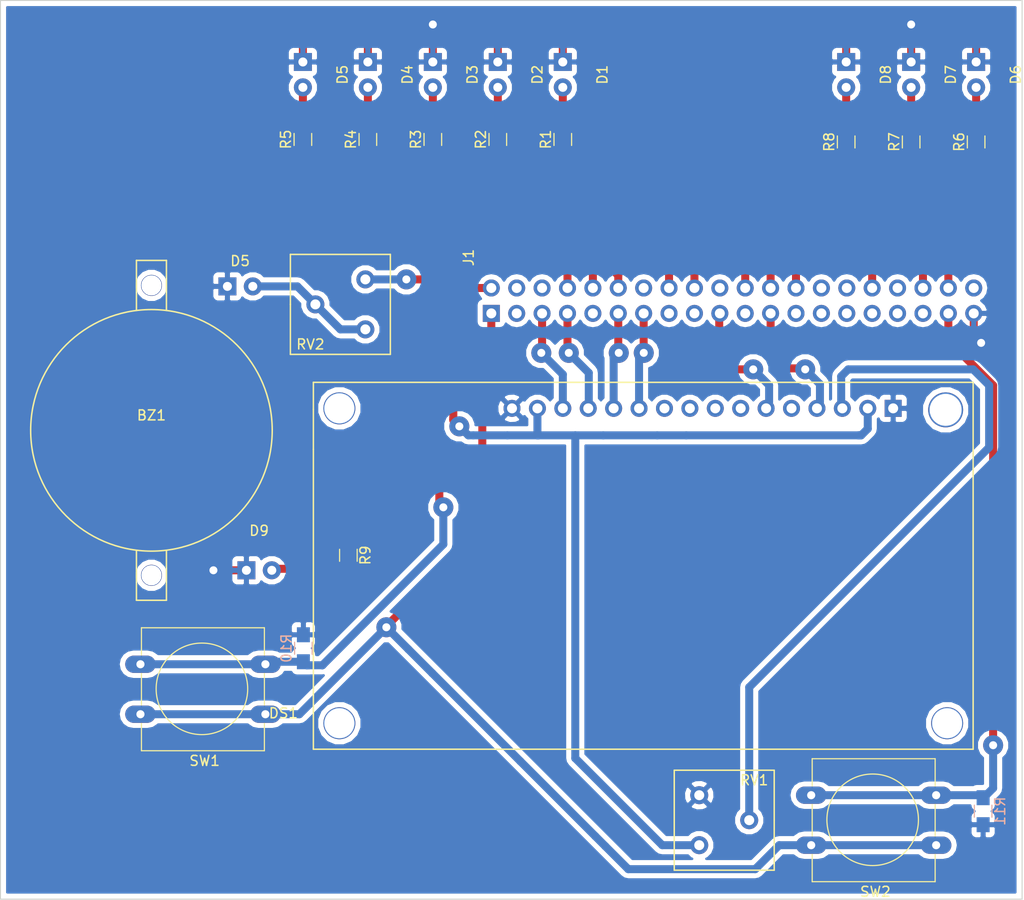
<source format=kicad_pcb>
(kicad_pcb (version 4) (host pcbnew 4.0.6-e0-6349~53~ubuntu14.04.1)

  (general
    (links 58)
    (no_connects 2)
    (area 0 0 0 0)
    (thickness 1.6)
    (drawings 5)
    (tracks 242)
    (zones 0)
    (modules 28)
    (nets 55)
  )

  (page A4)
  (layers
    (0 F.Cu signal)
    (31 B.Cu signal)
    (32 B.Adhes user)
    (33 F.Adhes user)
    (34 B.Paste user)
    (35 F.Paste user)
    (36 B.SilkS user)
    (37 F.SilkS user)
    (38 B.Mask user)
    (39 F.Mask user)
    (40 Dwgs.User user)
    (41 Cmts.User user)
    (42 Eco1.User user)
    (43 Eco2.User user)
    (44 Edge.Cuts user)
    (45 Margin user)
    (46 B.CrtYd user)
    (47 F.CrtYd user)
    (48 B.Fab user)
    (49 F.Fab user)
  )

  (setup
    (last_trace_width 0.8)
    (trace_clearance 0.4)
    (zone_clearance 0.508)
    (zone_45_only no)
    (trace_min 0.2)
    (segment_width 0.2)
    (edge_width 0.1)
    (via_size 2)
    (via_drill 0.8)
    (via_min_size 0.4)
    (via_min_drill 0.3)
    (uvia_size 0.3)
    (uvia_drill 0.1)
    (uvias_allowed no)
    (uvia_min_size 0.2)
    (uvia_min_drill 0.1)
    (pcb_text_width 0.3)
    (pcb_text_size 1.5 1.5)
    (mod_edge_width 0.15)
    (mod_text_size 1 1)
    (mod_text_width 0.15)
    (pad_size 1.7 1.7)
    (pad_drill 1)
    (pad_to_mask_clearance 0)
    (aux_axis_origin 0 0)
    (visible_elements FFFFFF7F)
    (pcbplotparams
      (layerselection 0x00030_ffffffff)
      (usegerberextensions false)
      (excludeedgelayer true)
      (linewidth 0.100000)
      (plotframeref false)
      (viasonmask false)
      (mode 1)
      (useauxorigin false)
      (hpglpennumber 1)
      (hpglpenspeed 20)
      (hpglpendiameter 15)
      (hpglpenoverlay 2)
      (psnegative false)
      (psa4output false)
      (plotreference true)
      (plotvalue true)
      (plotinvisibletext false)
      (padsonsilk false)
      (subtractmaskfromsilk false)
      (outputformat 1)
      (mirror false)
      (drillshape 1)
      (scaleselection 1)
      (outputdirectory ""))
  )

  (net 0 "")
  (net 1 "Net-(BZ1-Pad1)")
  (net 2 GND)
  (net 3 /GPIO7)
  (net 4 /GPIO8)
  (net 5 /GPIO25)
  (net 6 /GPIO24)
  (net 7 /GPIO23)
  (net 8 /GPIO20)
  (net 9 /GPIO16)
  (net 10 /GPIO14)
  (net 11 /GPIO12)
  (net 12 "Net-(D9-Pad1)")
  (net 13 /GPIO3)
  (net 14 /GPIO4)
  (net 15 /GPIO17)
  (net 16 /GPIO27)
  (net 17 /GPIO10)
  (net 18 /GPIO11)
  (net 19 /CONT_DISP)
  (net 20 "Net-(J1-Pad40)")
  (net 21 /GPIO26)
  (net 22 "Net-(J1-Pad34)")
  (net 23 "Net-(J1-Pad33)")
  (net 24 "Net-(J1-Pad31)")
  (net 25 "Net-(J1-Pad30)")
  (net 26 "Net-(J1-Pad29)")
  (net 27 "Net-(J1-Pad28)")
  (net 28 "Net-(J1-Pad27)")
  (net 29 "Net-(J1-Pad21)")
  (net 30 "Net-(J1-Pad20)")
  (net 31 "Net-(J1-Pad17)")
  (net 32 "Net-(J1-Pad15)")
  (net 33 "Net-(J1-Pad14)")
  (net 34 /GPIO18)
  (net 35 /GPIO15)
  (net 36 "Net-(J1-Pad9)")
  (net 37 "Net-(J1-Pad6)")
  (net 38 "Net-(J1-Pad4)")
  (net 39 /5V)
  (net 40 "Net-(J1-Pad3)")
  (net 41 "Net-(D1-Pad2)")
  (net 42 "Net-(D2-Pad2)")
  (net 43 "Net-(D3-Pad2)")
  (net 44 "Net-(D4-Pad2)")
  (net 45 "Net-(D5-Pad2)")
  (net 46 "Net-(D6-Pad2)")
  (net 47 "Net-(D7-Pad2)")
  (net 48 "Net-(D8-Pad2)")
  (net 49 "Net-(DS1-Pad10)")
  (net 50 "Net-(DS1-Pad9)")
  (net 51 "Net-(DS1-Pad8)")
  (net 52 "Net-(DS1-Pad7)")
  (net 53 "Net-(DS1-Pad5)")
  (net 54 +3V3)

  (net_class Default "This is the default net class."
    (clearance 0.4)
    (trace_width 0.8)
    (via_dia 2)
    (via_drill 0.8)
    (uvia_dia 0.3)
    (uvia_drill 0.1)
    (add_net +3V3)
    (add_net /5V)
    (add_net /CONT_DISP)
    (add_net /GPIO10)
    (add_net /GPIO11)
    (add_net /GPIO12)
    (add_net /GPIO14)
    (add_net /GPIO15)
    (add_net /GPIO16)
    (add_net /GPIO17)
    (add_net /GPIO18)
    (add_net /GPIO20)
    (add_net /GPIO23)
    (add_net /GPIO24)
    (add_net /GPIO25)
    (add_net /GPIO26)
    (add_net /GPIO27)
    (add_net /GPIO3)
    (add_net /GPIO4)
    (add_net /GPIO7)
    (add_net /GPIO8)
    (add_net GND)
    (add_net "Net-(BZ1-Pad1)")
    (add_net "Net-(D1-Pad2)")
    (add_net "Net-(D2-Pad2)")
    (add_net "Net-(D3-Pad2)")
    (add_net "Net-(D4-Pad2)")
    (add_net "Net-(D5-Pad2)")
    (add_net "Net-(D6-Pad2)")
    (add_net "Net-(D7-Pad2)")
    (add_net "Net-(D8-Pad2)")
    (add_net "Net-(D9-Pad1)")
    (add_net "Net-(DS1-Pad10)")
    (add_net "Net-(DS1-Pad5)")
    (add_net "Net-(DS1-Pad7)")
    (add_net "Net-(DS1-Pad8)")
    (add_net "Net-(DS1-Pad9)")
    (add_net "Net-(J1-Pad14)")
    (add_net "Net-(J1-Pad15)")
    (add_net "Net-(J1-Pad17)")
    (add_net "Net-(J1-Pad20)")
    (add_net "Net-(J1-Pad21)")
    (add_net "Net-(J1-Pad27)")
    (add_net "Net-(J1-Pad28)")
    (add_net "Net-(J1-Pad29)")
    (add_net "Net-(J1-Pad3)")
    (add_net "Net-(J1-Pad30)")
    (add_net "Net-(J1-Pad31)")
    (add_net "Net-(J1-Pad33)")
    (add_net "Net-(J1-Pad34)")
    (add_net "Net-(J1-Pad4)")
    (add_net "Net-(J1-Pad40)")
    (add_net "Net-(J1-Pad6)")
    (add_net "Net-(J1-Pad9)")
  )

  (module Buzzers_Beepers:BUZZER (layer F.Cu) (tedit 595F73CC) (tstamp 595CE522)
    (at 179 68)
    (path /59569201)
    (fp_text reference BZ1 (at 0 -1.5) (layer F.SilkS)
      (effects (font (size 1 1) (thickness 0.15)))
    )
    (fp_text value Buzzer (at 0 1.50114) (layer F.Fab)
      (effects (font (size 1 1) (thickness 0.15)))
    )
    (fp_line (start 1.5 17) (end -1.5 17) (layer F.SilkS) (width 0.15))
    (fp_line (start -1.5 17) (end -1.5 12) (layer F.SilkS) (width 0.15))
    (fp_line (start 1.5 12) (end 1.5 17) (layer F.SilkS) (width 0.15))
    (fp_line (start 1.5 -17) (end -1.5 -17) (layer F.SilkS) (width 0.15))
    (fp_line (start -1.5 -17) (end -1.5 -12) (layer F.SilkS) (width 0.15))
    (fp_line (start 1.5 -12) (end 1.5 -17) (layer F.SilkS) (width 0.15))
    (fp_circle (center 0 0) (end 11 5) (layer F.SilkS) (width 0.15))
    (pad 1 thru_hole circle (at 0 14.5) (size 2.1 2.1) (drill 2) (layers *.Cu *.Mask)
      (net 1 "Net-(BZ1-Pad1)"))
    (pad 1 thru_hole circle (at 0 -14.5) (size 2.1 2.1) (drill 2) (layers *.Cu *.Mask)
      (net 1 "Net-(BZ1-Pad1)"))
  )

  (module LEDs:LED_D5.0mm (layer F.Cu) (tedit 595F8A61) (tstamp 5960A08A)
    (at 186.6 53.6)
    (descr "LED, diameter 5.0mm, 2 pins, http://cdn-reichelt.de/documents/datenblatt/A500/LL-504BC2E-009.pdf")
    (tags "LED diameter 5.0mm 2 pins")
    (path /5953B2BF)
    (fp_text reference D5 (at 1.27 -2.54) (layer F.SilkS)
      (effects (font (size 1 1) (thickness 0.15)))
    )
    (fp_text value LED (at 1.27 2.54) (layer F.Fab)
      (effects (font (size 1 1) (thickness 0.15)))
    )
    (pad 1 thru_hole rect (at 0 0) (size 1.8 1.8) (drill 0.9) (layers *.Cu *.Mask)
      (net 2 GND))
    (pad 2 thru_hole circle (at 2.54 0) (size 1.8 1.8) (drill 0.9) (layers *.Cu *.Mask)
      (net 1 "Net-(BZ1-Pad1)"))
    (model LEDs.3dshapes/LED_D5.0mm.wrl
      (at (xyz 0 0 0))
      (scale (xyz 0.393701 0.393701 0.393701))
      (rotate (xyz 0 0 0))
    )
  )

  (module Displays:WC1602A locked (layer F.Cu) (tedit 595F6028) (tstamp 595CE6C8)
    (at 195.2 99.9)
    (descr http://www.kamami.pl/dl/wc1602a0.pdf)
    (tags "LCD 16x2 Alphanumeric 16pin")
    (path /5953A57A)
    (fp_text reference DS1 (at -2.99974 -3.59918) (layer F.SilkS)
      (effects (font (size 1 1) (thickness 0.15)))
    )
    (fp_text value LCD16X2 (at 30.9 -18.8) (layer F.Fab)
      (effects (font (size 1 1) (thickness 0.15)))
    )
    (fp_line (start 62 0) (end 66 0) (layer F.SilkS) (width 0.15))
    (fp_line (start 66 -36.7) (end 66 0) (layer F.SilkS) (width 0.15))
    (fp_line (start 66 -36.7) (end 0 -36.7) (layer F.SilkS) (width 0.15))
    (fp_line (start 0 -34) (end 0 -36.7) (layer F.SilkS) (width 0.15))
    (fp_line (start 62 0) (end 0 0) (layer F.SilkS) (width 0.15))
    (fp_line (start 0 0) (end 0 -30) (layer F.SilkS) (width 0.15))
    (fp_line (start 0 -30) (end 0 -34) (layer F.SilkS) (width 0.15))
    (pad 16 thru_hole circle (at 19.87 -34.1) (size 1.7 1.7) (drill 1) (layers *.Cu *.Mask)
      (net 2 GND))
    (pad 15 thru_hole circle (at 22.412 -34.1) (size 1.7 1.7) (drill 1) (layers *.Cu *.Mask)
      (net 39 /5V))
    (pad 14 thru_hole circle (at 24.954 -34.1) (size 1.7 1.7) (drill 1) (layers *.Cu *.Mask)
      (net 13 /GPIO3))
    (pad 13 thru_hole circle (at 27.496 -34.1) (size 1.7 1.7) (drill 1) (layers *.Cu *.Mask)
      (net 14 /GPIO4))
    (pad 12 thru_hole circle (at 30.038 -34.1) (size 1.7 1.7) (drill 1) (layers *.Cu *.Mask)
      (net 15 /GPIO17))
    (pad 11 thru_hole circle (at 32.58 -34.1) (size 1.7 1.7) (drill 1) (layers *.Cu *.Mask)
      (net 16 /GPIO27))
    (pad 10 thru_hole circle (at 35.122 -34.1) (size 1.7 1.7) (drill 1) (layers *.Cu *.Mask)
      (net 49 "Net-(DS1-Pad10)"))
    (pad 9 thru_hole circle (at 37.664 -34.1) (size 1.7 1.7) (drill 1) (layers *.Cu *.Mask)
      (net 50 "Net-(DS1-Pad9)"))
    (pad 8 thru_hole circle (at 40.206 -34.1) (size 1.7 1.7) (drill 1) (layers *.Cu *.Mask)
      (net 51 "Net-(DS1-Pad8)"))
    (pad 7 thru_hole circle (at 42.748 -34.1) (size 1.7 1.7) (drill 1) (layers *.Cu *.Mask)
      (net 52 "Net-(DS1-Pad7)"))
    (pad 6 thru_hole circle (at 45.29 -34.1) (size 1.7 1.7) (drill 1) (layers *.Cu *.Mask)
      (net 17 /GPIO10))
    (pad 5 thru_hole circle (at 47.832 -34.1) (size 1.7 1.7) (drill 1) (layers *.Cu *.Mask)
      (net 53 "Net-(DS1-Pad5)"))
    (pad 4 thru_hole circle (at 50.375 -34.1) (size 1.7 1.7) (drill 1) (layers *.Cu *.Mask)
      (net 18 /GPIO11))
    (pad 3 thru_hole circle (at 52.916 -34.1) (size 1.7 1.7) (drill 1) (layers *.Cu *.Mask)
      (net 19 /CONT_DISP))
    (pad 2 thru_hole circle (at 55.458 -34.1) (size 1.7 1.7) (drill 1) (layers *.Cu *.Mask)
      (net 39 /5V))
    (pad 0 thru_hole circle (at 63.4 -2.6) (size 3.2 3.2) (drill 3) (layers *.Cu *.Mask))
    (pad 0 thru_hole circle (at 2.6 -2.6) (size 3.2 3.2) (drill 3) (layers *.Cu *.Mask))
    (pad 0 thru_hole circle (at 2.6 -34.1) (size 3.2 3.2) (drill 3) (layers *.Cu *.Mask))
    (pad 0 thru_hole circle (at 63.25 -33.95) (size 3.5 3.5) (drill 3.2) (layers *.Cu *.Mask))
    (pad 1 thru_hole rect (at 58 -34.1) (size 1.7 1.7) (drill oval 1) (layers *.Cu *.Mask)
      (net 2 GND))
  )

  (module Potentiometers:Potentiometer_Alps_RK09K_Vertical (layer F.Cu) (tedit 595F58F0) (tstamp 595A61DB)
    (at 197.9 55.4 180)
    (descr "Potentiometer, vertically mounted, Omeg PC16PU, Omeg PC16PU, Omeg PC16PU, Vishay/Spectrol 248GJ/249GJ Single, Vishay/Spectrol 248GJ/249GJ Single, Vishay/Spectrol 248GJ/249GJ Single, Vishay/Spectrol 248GH/249GH Single, Vishay/Spectrol 148/149 Single, Vishay/Spectrol 148/149 Single, Vishay/Spectrol 148/149 Single, Vishay/Spectrol 148A/149A Single with mounting plates, Vishay/Spectrol 148/149 Double, Vishay/Spectrol 148A/149A Double with mounting plates, Piher PC-16 Single, Piher PC-16 Single, Piher PC-16 Single, Piher PC-16SV Single, Piher PC-16 Double, Piher PC-16 Triple, Piher T16H Single, Piher T16L Single, Piher T16H Double, Alps RK163 Single, Alps RK163 Double, Alps RK097 Single, Alps RK097 Double, Bourns PTV09A-2 Single with mounting sleve Single, Bourns PTV09A-1 with mounting sleve Single, Bourns PRS11S Single, Alps RK09K Single with mounting sleve Single, http://www.alps.com/prod/info/E/HTML/Potentiometer/RotaryPotentiometers/RK09K/RK09K1110A2S.html")
    (tags "Potentiometer vertical  Omeg PC16PU  Omeg PC16PU  Omeg PC16PU  Vishay/Spectrol 248GJ/249GJ Single  Vishay/Spectrol 248GJ/249GJ Single  Vishay/Spectrol 248GJ/249GJ Single  Vishay/Spectrol 248GH/249GH Single  Vishay/Spectrol 148/149 Single  Vishay/Spectrol 148/149 Single  Vishay/Spectrol 148/149 Single  Vishay/Spectrol 148A/149A Single with mounting plates  Vishay/Spectrol 148/149 Double  Vishay/Spectrol 148A/149A Double with mounting plates  Piher PC-16 Single  Piher PC-16 Single  Piher PC-16 Single  Piher PC-16SV Single  Piher PC-16 Double  Piher PC-16 Triple  Piher T16H Single  Piher T16L Single  Piher T16H Double  Alps RK163 Single  Alps RK163 Double  Alps RK097 Single  Alps RK097 Double  Bourns PTV09A-2 Single with mounting sleve Single  Bourns PTV09A-1 with mounting sleve Single  Bourns PRS11S Single  Alps RK09K Single with mounting sleve Single")
    (path /595810A8)
    (fp_text reference RV2 (at 3 -4 180) (layer F.SilkS)
      (effects (font (size 1 1) (thickness 0.15)))
    )
    (fp_text value POT (at 3 4 180) (layer F.Fab)
      (effects (font (size 1 1) (thickness 0.15)))
    )
    (fp_line (start 5 0) (end 5 5) (layer F.SilkS) (width 0.15))
    (fp_line (start 5 5) (end -5 5) (layer F.SilkS) (width 0.15))
    (fp_line (start -5 5) (end -5 -5) (layer F.SilkS) (width 0.15))
    (fp_line (start -5 -5) (end 5 -5) (layer F.SilkS) (width 0.15))
    (fp_line (start 5 -5) (end 5 0) (layer F.SilkS) (width 0.15))
    (pad 3 thru_hole circle (at -2.5 2.5 180) (size 1.8 1.8) (drill 1) (layers *.Cu *.Mask)
      (net 34 /GPIO18))
    (pad 1 thru_hole circle (at -2.5 -2.5 180) (size 1.8 1.8) (drill 1) (layers *.Cu *.Mask)
      (net 1 "Net-(BZ1-Pad1)"))
    (pad 2 thru_hole circle (at 2.5 0 180) (size 1.8 1.8) (drill 1) (layers *.Cu *.Mask)
      (net 1 "Net-(BZ1-Pad1)"))
    (model Potentiometers.3dshapes/Potentiometer_Alps_RK09K_Vertical.wrl
      (at (xyz 0 0 0))
      (scale (xyz 0.393701 0.393701 0.393701))
      (rotate (xyz 0 0 0))
    )
  )

  (module Pin_Headers:Pin_Header_Angled_2x20_Pitch2.54mm (layer F.Cu) (tedit 595F8E80) (tstamp 595EA9E9)
    (at 213 56.3 90)
    (descr "Through hole angled pin header, 2x20, 2.54mm pitch, 6mm pin length, double rows")
    (tags "Through hole angled pin header THT 2x20 2.54mm double row")
    (path /4F83263C)
    (fp_text reference J1 (at 5.585 -2.27 90) (layer F.SilkS)
      (effects (font (size 1 1) (thickness 0.15)))
    )
    (fp_text value CONN_02X20 (at 5.585 50.53 90) (layer F.Fab)
      (effects (font (size 1 1) (thickness 0.15)))
    )
    (fp_text user %R (at 5.585 -2.27 90) (layer F.Fab)
      (effects (font (size 1 1) (thickness 0.15)))
    )
    (pad 1 thru_hole rect (at 0 0 90) (size 1.7 1.7) (drill 1) (layers *.Cu *.Mask)
      (net 54 +3V3))
    (pad 2 thru_hole oval (at 2.54 0 90) (size 1.7 1.7) (drill 1) (layers *.Cu *.Mask)
      (net 39 /5V))
    (pad 3 thru_hole oval (at 0 2.54 90) (size 1.7 1.7) (drill 1) (layers *.Cu *.Mask)
      (net 40 "Net-(J1-Pad3)"))
    (pad 4 thru_hole oval (at 2.54 2.54 90) (size 1.7 1.7) (drill 1) (layers *.Cu *.Mask)
      (net 38 "Net-(J1-Pad4)"))
    (pad 5 thru_hole oval (at 0 5.08 90) (size 1.7 1.7) (drill 1) (layers *.Cu *.Mask)
      (net 13 /GPIO3))
    (pad 6 thru_hole oval (at 2.54 5.08 90) (size 1.7 1.7) (drill 1) (layers *.Cu *.Mask)
      (net 37 "Net-(J1-Pad6)"))
    (pad 7 thru_hole oval (at 0 7.62 90) (size 1.7 1.7) (drill 1) (layers *.Cu *.Mask)
      (net 14 /GPIO4))
    (pad 8 thru_hole oval (at 2.54 7.62 90) (size 1.7 1.7) (drill 1) (layers *.Cu *.Mask)
      (net 10 /GPIO14))
    (pad 9 thru_hole oval (at 0 10.16 90) (size 1.7 1.7) (drill 1) (layers *.Cu *.Mask)
      (net 36 "Net-(J1-Pad9)"))
    (pad 10 thru_hole oval (at 2.54 10.16 90) (size 1.7 1.7) (drill 1) (layers *.Cu *.Mask)
      (net 35 /GPIO15))
    (pad 11 thru_hole oval (at 0 12.7 90) (size 1.7 1.7) (drill 1) (layers *.Cu *.Mask)
      (net 15 /GPIO17))
    (pad 12 thru_hole oval (at 2.54 12.7 90) (size 1.7 1.7) (drill 1) (layers *.Cu *.Mask)
      (net 34 /GPIO18))
    (pad 13 thru_hole oval (at 0 15.24 90) (size 1.7 1.7) (drill 1) (layers *.Cu *.Mask)
      (net 16 /GPIO27))
    (pad 14 thru_hole oval (at 2.54 15.24 90) (size 1.7 1.7) (drill 1) (layers *.Cu *.Mask)
      (net 33 "Net-(J1-Pad14)"))
    (pad 15 thru_hole oval (at 0 17.78 90) (size 1.7 1.7) (drill 1) (layers *.Cu *.Mask)
      (net 32 "Net-(J1-Pad15)"))
    (pad 16 thru_hole oval (at 2.54 17.78 90) (size 1.7 1.7) (drill 1) (layers *.Cu *.Mask)
      (net 7 /GPIO23))
    (pad 17 thru_hole oval (at 0 20.32 90) (size 1.7 1.7) (drill 1) (layers *.Cu *.Mask)
      (net 31 "Net-(J1-Pad17)"))
    (pad 18 thru_hole oval (at 2.54 20.32 90) (size 1.7 1.7) (drill 1) (layers *.Cu *.Mask)
      (net 6 /GPIO24))
    (pad 19 thru_hole oval (at 0 22.86 90) (size 1.7 1.7) (drill 1) (layers *.Cu *.Mask)
      (net 17 /GPIO10))
    (pad 20 thru_hole oval (at 2.54 22.86 90) (size 1.7 1.7) (drill 1) (layers *.Cu *.Mask)
      (net 30 "Net-(J1-Pad20)"))
    (pad 21 thru_hole oval (at 0 25.4 90) (size 1.7 1.7) (drill 1) (layers *.Cu *.Mask)
      (net 29 "Net-(J1-Pad21)"))
    (pad 22 thru_hole oval (at 2.54 25.4 90) (size 1.7 1.7) (drill 1) (layers *.Cu *.Mask)
      (net 5 /GPIO25))
    (pad 23 thru_hole oval (at 0 27.94 90) (size 1.7 1.7) (drill 1) (layers *.Cu *.Mask)
      (net 18 /GPIO11))
    (pad 24 thru_hole oval (at 2.54 27.94 90) (size 1.7 1.7) (drill 1) (layers *.Cu *.Mask)
      (net 4 /GPIO8))
    (pad 25 thru_hole oval (at 0 30.48 90) (size 1.7 1.7) (drill 1) (layers *.Cu *.Mask))
    (pad 26 thru_hole oval (at 2.54 30.48 90) (size 1.7 1.7) (drill 1) (layers *.Cu *.Mask)
      (net 3 /GPIO7))
    (pad 27 thru_hole oval (at 0 33.02 90) (size 1.7 1.7) (drill 1) (layers *.Cu *.Mask)
      (net 28 "Net-(J1-Pad27)"))
    (pad 28 thru_hole oval (at 2.54 33.02 90) (size 1.7 1.7) (drill 1) (layers *.Cu *.Mask)
      (net 27 "Net-(J1-Pad28)"))
    (pad 29 thru_hole oval (at 0 35.56 90) (size 1.7 1.7) (drill 1) (layers *.Cu *.Mask)
      (net 26 "Net-(J1-Pad29)"))
    (pad 30 thru_hole oval (at 2.54 35.56 90) (size 1.7 1.7) (drill 1) (layers *.Cu *.Mask)
      (net 25 "Net-(J1-Pad30)"))
    (pad 31 thru_hole oval (at 0 38.1 90) (size 1.7 1.7) (drill 1) (layers *.Cu *.Mask)
      (net 24 "Net-(J1-Pad31)"))
    (pad 32 thru_hole oval (at 2.54 38.1 90) (size 1.7 1.7) (drill 1) (layers *.Cu *.Mask)
      (net 11 /GPIO12))
    (pad 33 thru_hole oval (at 0 40.64 90) (size 1.7 1.7) (drill 1) (layers *.Cu *.Mask)
      (net 23 "Net-(J1-Pad33)"))
    (pad 34 thru_hole oval (at 2.54 40.64 90) (size 1.7 1.7) (drill 1) (layers *.Cu *.Mask)
      (net 22 "Net-(J1-Pad34)"))
    (pad 35 thru_hole oval (at 0 43.18 90) (size 1.7 1.7) (drill 1) (layers *.Cu *.Mask))
    (pad 36 thru_hole oval (at 2.54 43.18 90) (size 1.7 1.7) (drill 1) (layers *.Cu *.Mask)
      (net 9 /GPIO16))
    (pad 37 thru_hole oval (at 0 45.72 90) (size 1.7 1.7) (drill 1) (layers *.Cu *.Mask)
      (net 21 /GPIO26))
    (pad 38 thru_hole oval (at 2.54 45.72 90) (size 1.7 1.7) (drill 1) (layers *.Cu *.Mask)
      (net 8 /GPIO20))
    (pad 39 thru_hole oval (at 0 48.26 90) (size 1.7 1.7) (drill 1) (layers *.Cu *.Mask)
      (net 2 GND))
    (pad 40 thru_hole oval (at 2.54 48.26 90) (size 1.7 1.7) (drill 1) (layers *.Cu *.Mask)
      (net 20 "Net-(J1-Pad40)"))
    (model ${KISYS3DMOD}/Pin_Headers.3dshapes/Pin_Header_Angled_2x20_Pitch2.54mm.wrl
      (at (xyz 0.05 -0.95 0))
      (scale (xyz 1 1 1))
      (rotate (xyz 0 0 90))
    )
  )

  (module LEDs:LED_D5.0mm (layer F.Cu) (tedit 595D05AF) (tstamp 595CF620)
    (at 248.5 31.15 270)
    (descr "LED, diameter 5.0mm, 2 pins, http://cdn-reichelt.de/documents/datenblatt/A500/LL-504BC2E-009.pdf")
    (tags "LED diameter 5.0mm 2 pins")
    (path /595D25A0)
    (fp_text reference D8 (at 1.27 -3.96 270) (layer F.SilkS)
      (effects (font (size 1 1) (thickness 0.15)))
    )
    (fp_text value LED (at 1.27 3.96 270) (layer F.Fab)
      (effects (font (size 1 1) (thickness 0.15)))
    )
    (fp_line (start -1.95 -3.25) (end -1.95 3.25) (layer F.CrtYd) (width 0.05))
    (fp_line (start -1.95 3.25) (end 4.5 3.25) (layer F.CrtYd) (width 0.05))
    (fp_line (start 4.5 3.25) (end 4.5 -3.25) (layer F.CrtYd) (width 0.05))
    (fp_line (start 4.5 -3.25) (end -1.95 -3.25) (layer F.CrtYd) (width 0.05))
    (pad 1 thru_hole rect (at 0 0 270) (size 1.8 1.8) (drill 0.9) (layers *.Cu *.Mask)
      (net 2 GND))
    (pad 2 thru_hole circle (at 2.54 0 270) (size 1.8 1.8) (drill 0.9) (layers *.Cu *.Mask)
      (net 48 "Net-(D8-Pad2)"))
    (model LEDs.3dshapes/LED_D5.0mm.wrl
      (at (xyz 0 0 0))
      (scale (xyz 0.393701 0.393701 0.393701))
      (rotate (xyz 0 0 0))
    )
  )

  (module LEDs:LED_D5.0mm (layer F.Cu) (tedit 595D04B4) (tstamp 595CF616)
    (at 261.5 31.15 270)
    (descr "LED, diameter 5.0mm, 2 pins, http://cdn-reichelt.de/documents/datenblatt/A500/LL-504BC2E-009.pdf")
    (tags "LED diameter 5.0mm 2 pins")
    (path /595D2D97)
    (fp_text reference D6 (at 1.27 -3.96 270) (layer F.SilkS)
      (effects (font (size 1 1) (thickness 0.15)))
    )
    (fp_text value LED (at 1.27 3.96 270) (layer F.Fab)
      (effects (font (size 1 1) (thickness 0.15)))
    )
    (fp_line (start -1.95 -3.25) (end -1.95 3.25) (layer F.CrtYd) (width 0.05))
    (fp_line (start -1.95 3.25) (end 4.5 3.25) (layer F.CrtYd) (width 0.05))
    (fp_line (start 4.5 3.25) (end 4.5 -3.25) (layer F.CrtYd) (width 0.05))
    (fp_line (start 4.5 -3.25) (end -1.95 -3.25) (layer F.CrtYd) (width 0.05))
    (pad 1 thru_hole rect (at 0 0 270) (size 1.8 1.8) (drill 0.9) (layers *.Cu *.Mask)
      (net 2 GND))
    (pad 2 thru_hole circle (at 2.54 0 270) (size 1.8 1.8) (drill 0.9) (layers *.Cu *.Mask)
      (net 46 "Net-(D6-Pad2)"))
    (model LEDs.3dshapes/LED_D5.0mm.wrl
      (at (xyz 0 0 0))
      (scale (xyz 0.393701 0.393701 0.393701))
      (rotate (xyz 0 0 0))
    )
  )

  (module LEDs:LED_D5.0mm (layer F.Cu) (tedit 595D04A4) (tstamp 595CF61B)
    (at 255 31.15 270)
    (descr "LED, diameter 5.0mm, 2 pins, http://cdn-reichelt.de/documents/datenblatt/A500/LL-504BC2E-009.pdf")
    (tags "LED diameter 5.0mm 2 pins")
    (path /595D2987)
    (fp_text reference D7 (at 1.27 -3.96 270) (layer F.SilkS)
      (effects (font (size 1 1) (thickness 0.15)))
    )
    (fp_text value LED (at 1.27 3.96 270) (layer F.Fab)
      (effects (font (size 1 1) (thickness 0.15)))
    )
    (fp_line (start -1.95 -3.25) (end -1.95 3.25) (layer F.CrtYd) (width 0.05))
    (fp_line (start -1.95 3.25) (end 4.5 3.25) (layer F.CrtYd) (width 0.05))
    (fp_line (start 4.5 3.25) (end 4.5 -3.25) (layer F.CrtYd) (width 0.05))
    (fp_line (start 4.5 -3.25) (end -1.95 -3.25) (layer F.CrtYd) (width 0.05))
    (pad 1 thru_hole rect (at 0 0 270) (size 1.8 1.8) (drill 0.9) (layers *.Cu *.Mask)
      (net 2 GND))
    (pad 2 thru_hole circle (at 2.54 0 270) (size 1.8 1.8) (drill 0.9) (layers *.Cu *.Mask)
      (net 47 "Net-(D7-Pad2)"))
    (model LEDs.3dshapes/LED_D5.0mm.wrl
      (at (xyz 0 0 0))
      (scale (xyz 0.393701 0.393701 0.393701))
      (rotate (xyz 0 0 0))
    )
  )

  (module LEDs:LED_D5.0mm (layer F.Cu) (tedit 595F8A30) (tstamp 595CF625)
    (at 188.5 82)
    (descr "LED, diameter 5.0mm, 2 pins, http://cdn-reichelt.de/documents/datenblatt/A500/LL-504BC2E-009.pdf")
    (tags "LED diameter 5.0mm 2 pins")
    (path /5953B956)
    (fp_text reference D9 (at 1.27 -3.96) (layer F.SilkS)
      (effects (font (size 1 1) (thickness 0.15)))
    )
    (fp_text value LED (at 1.27 3.96) (layer F.Fab)
      (effects (font (size 1 1) (thickness 0.15)))
    )
    (fp_line (start -1.95 -3.25) (end -1.95 3.25) (layer F.CrtYd) (width 0.05))
    (fp_line (start -1.95 3.25) (end 4.5 3.25) (layer F.CrtYd) (width 0.05))
    (fp_line (start 4.5 3.25) (end 4.5 -3.25) (layer F.CrtYd) (width 0.05))
    (fp_line (start 4.5 -3.25) (end -1.95 -3.25) (layer F.CrtYd) (width 0.05))
    (pad 1 thru_hole rect (at 0 0) (size 1.8 1.8) (drill 0.9) (layers *.Cu *.Mask)
      (net 2 GND))
    (pad 2 thru_hole circle (at 2.54 0) (size 1.8 1.8) (drill 0.9) (layers *.Cu *.Mask)
      (net 12 "Net-(D9-Pad1)"))
    (model LEDs.3dshapes/LED_D5.0mm.wrl
      (at (xyz 0 0 0))
      (scale (xyz 0.393701 0.393701 0.393701))
      (rotate (xyz 0 0 0))
    )
  )

  (module LEDs:LED_D5.0mm (layer F.Cu) (tedit 595D0479) (tstamp 595CF5FD)
    (at 220.15 31.15 270)
    (descr "LED, diameter 5.0mm, 2 pins, http://cdn-reichelt.de/documents/datenblatt/A500/LL-504BC2E-009.pdf")
    (tags "LED diameter 5.0mm 2 pins")
    (path /595D1F55)
    (fp_text reference D1 (at 1.27 -3.96 270) (layer F.SilkS)
      (effects (font (size 1 1) (thickness 0.15)))
    )
    (fp_text value LED (at 1.27 3.96 270) (layer F.Fab)
      (effects (font (size 1 1) (thickness 0.15)))
    )
    (fp_line (start -1.95 -3.25) (end -1.95 3.25) (layer F.CrtYd) (width 0.05))
    (fp_line (start -1.95 3.25) (end 4.5 3.25) (layer F.CrtYd) (width 0.05))
    (fp_line (start 4.5 3.25) (end 4.5 -3.25) (layer F.CrtYd) (width 0.05))
    (fp_line (start 4.5 -3.25) (end -1.95 -3.25) (layer F.CrtYd) (width 0.05))
    (pad 1 thru_hole rect (at 0 0 270) (size 1.8 1.8) (drill 0.9) (layers *.Cu *.Mask)
      (net 2 GND))
    (pad 2 thru_hole circle (at 2.54 0 270) (size 1.8 1.8) (drill 0.9) (layers *.Cu *.Mask)
      (net 41 "Net-(D1-Pad2)"))
    (model LEDs.3dshapes/LED_D5.0mm.wrl
      (at (xyz 0 0 0))
      (scale (xyz 0.393701 0.393701 0.393701))
      (rotate (xyz 0 0 0))
    )
  )

  (module LEDs:LED_D5.0mm (layer F.Cu) (tedit 595D046A) (tstamp 595CF602)
    (at 213.65 31.15 270)
    (descr "LED, diameter 5.0mm, 2 pins, http://cdn-reichelt.de/documents/datenblatt/A500/LL-504BC2E-009.pdf")
    (tags "LED diameter 5.0mm 2 pins")
    (path /595D1B7E)
    (fp_text reference D2 (at 1.27 -3.96 270) (layer F.SilkS)
      (effects (font (size 1 1) (thickness 0.15)))
    )
    (fp_text value LED (at 1.27 3.96 270) (layer F.Fab)
      (effects (font (size 1 1) (thickness 0.15)))
    )
    (fp_line (start -1.95 -3.25) (end -1.95 3.25) (layer F.CrtYd) (width 0.05))
    (fp_line (start -1.95 3.25) (end 4.5 3.25) (layer F.CrtYd) (width 0.05))
    (fp_line (start 4.5 3.25) (end 4.5 -3.25) (layer F.CrtYd) (width 0.05))
    (fp_line (start 4.5 -3.25) (end -1.95 -3.25) (layer F.CrtYd) (width 0.05))
    (pad 1 thru_hole rect (at 0 0 270) (size 1.8 1.8) (drill 0.9) (layers *.Cu *.Mask)
      (net 2 GND))
    (pad 2 thru_hole circle (at 2.54 0 270) (size 1.8 1.8) (drill 0.9) (layers *.Cu *.Mask)
      (net 42 "Net-(D2-Pad2)"))
    (model LEDs.3dshapes/LED_D5.0mm.wrl
      (at (xyz 0 0 0))
      (scale (xyz 0.393701 0.393701 0.393701))
      (rotate (xyz 0 0 0))
    )
  )

  (module LEDs:LED_D5.0mm (layer F.Cu) (tedit 595D0456) (tstamp 595CF607)
    (at 207.15 31.15 270)
    (descr "LED, diameter 5.0mm, 2 pins, http://cdn-reichelt.de/documents/datenblatt/A500/LL-504BC2E-009.pdf")
    (tags "LED diameter 5.0mm 2 pins")
    (path /595D1766)
    (fp_text reference D3 (at 1.27 -3.96 270) (layer F.SilkS)
      (effects (font (size 1 1) (thickness 0.15)))
    )
    (fp_text value LED (at 1.27 3.96 270) (layer F.Fab)
      (effects (font (size 1 1) (thickness 0.15)))
    )
    (fp_line (start -1.95 -3.25) (end -1.95 3.25) (layer F.CrtYd) (width 0.05))
    (fp_line (start -1.95 3.25) (end 4.5 3.25) (layer F.CrtYd) (width 0.05))
    (fp_line (start 4.5 3.25) (end 4.5 -3.25) (layer F.CrtYd) (width 0.05))
    (fp_line (start 4.5 -3.25) (end -1.95 -3.25) (layer F.CrtYd) (width 0.05))
    (pad 1 thru_hole rect (at 0 0 270) (size 1.8 1.8) (drill 0.9) (layers *.Cu *.Mask)
      (net 2 GND))
    (pad 2 thru_hole circle (at 2.54 0 270) (size 1.8 1.8) (drill 0.9) (layers *.Cu *.Mask)
      (net 43 "Net-(D3-Pad2)"))
    (model LEDs.3dshapes/LED_D5.0mm.wrl
      (at (xyz 0 0 0))
      (scale (xyz 0.393701 0.393701 0.393701))
      (rotate (xyz 0 0 0))
    )
  )

  (module LEDs:LED_D5.0mm (layer F.Cu) (tedit 595D043D) (tstamp 595CF60C)
    (at 200.65 31.15 270)
    (descr "LED, diameter 5.0mm, 2 pins, http://cdn-reichelt.de/documents/datenblatt/A500/LL-504BC2E-009.pdf")
    (tags "LED diameter 5.0mm 2 pins")
    (path /5953B286)
    (fp_text reference D4 (at 1.27 -3.96 270) (layer F.SilkS)
      (effects (font (size 1 1) (thickness 0.15)))
    )
    (fp_text value LED (at 1.27 3.96 270) (layer F.Fab)
      (effects (font (size 1 1) (thickness 0.15)))
    )
    (fp_line (start -1.95 -3.25) (end -1.95 3.25) (layer F.CrtYd) (width 0.05))
    (fp_line (start -1.95 3.25) (end 4.5 3.25) (layer F.CrtYd) (width 0.05))
    (fp_line (start 4.5 3.25) (end 4.5 -3.25) (layer F.CrtYd) (width 0.05))
    (fp_line (start 4.5 -3.25) (end -1.95 -3.25) (layer F.CrtYd) (width 0.05))
    (pad 1 thru_hole rect (at 0 0 270) (size 1.8 1.8) (drill 0.9) (layers *.Cu *.Mask)
      (net 2 GND))
    (pad 2 thru_hole circle (at 2.54 0 270) (size 1.8 1.8) (drill 0.9) (layers *.Cu *.Mask)
      (net 44 "Net-(D4-Pad2)"))
    (model LEDs.3dshapes/LED_D5.0mm.wrl
      (at (xyz 0 0 0))
      (scale (xyz 0.393701 0.393701 0.393701))
      (rotate (xyz 0 0 0))
    )
  )

  (module LEDs:LED_D5.0mm (layer F.Cu) (tedit 595D042B) (tstamp 595CF611)
    (at 194.15 31.15 270)
    (descr "LED, diameter 5.0mm, 2 pins, http://cdn-reichelt.de/documents/datenblatt/A500/LL-504BC2E-009.pdf")
    (tags "LED diameter 5.0mm 2 pins")
    (path /5953B2BF)
    (fp_text reference D5 (at 1.27 -3.96 270) (layer F.SilkS)
      (effects (font (size 1 1) (thickness 0.15)))
    )
    (fp_text value LED (at 1.27 3.96 270) (layer F.Fab)
      (effects (font (size 1 1) (thickness 0.15)))
    )
    (fp_line (start -1.95 -3.25) (end -1.95 3.25) (layer F.CrtYd) (width 0.05))
    (fp_line (start -1.95 3.25) (end 4.5 3.25) (layer F.CrtYd) (width 0.05))
    (fp_line (start 4.5 3.25) (end 4.5 -3.25) (layer F.CrtYd) (width 0.05))
    (fp_line (start 4.5 -3.25) (end -1.95 -3.25) (layer F.CrtYd) (width 0.05))
    (pad 1 thru_hole rect (at 0 0 270) (size 1.8 1.8) (drill 0.9) (layers *.Cu *.Mask)
      (net 2 GND))
    (pad 2 thru_hole circle (at 2.54 0 270) (size 1.8 1.8) (drill 0.9) (layers *.Cu *.Mask)
      (net 45 "Net-(D5-Pad2)"))
    (model LEDs.3dshapes/LED_D5.0mm.wrl
      (at (xyz 0 0 0))
      (scale (xyz 0.393701 0.393701 0.393701))
      (rotate (xyz 0 0 0))
    )
  )

  (module Potentiometers:Potentiometer_Alps_RK09K_Vertical (layer F.Cu) (tedit 595F71AF) (tstamp 595A61D3)
    (at 236.3 107)
    (descr "Potentiometer, vertically mounted, Omeg PC16PU, Omeg PC16PU, Omeg PC16PU, Vishay/Spectrol 248GJ/249GJ Single, Vishay/Spectrol 248GJ/249GJ Single, Vishay/Spectrol 248GJ/249GJ Single, Vishay/Spectrol 248GH/249GH Single, Vishay/Spectrol 148/149 Single, Vishay/Spectrol 148/149 Single, Vishay/Spectrol 148/149 Single, Vishay/Spectrol 148A/149A Single with mounting plates, Vishay/Spectrol 148/149 Double, Vishay/Spectrol 148A/149A Double with mounting plates, Piher PC-16 Single, Piher PC-16 Single, Piher PC-16 Single, Piher PC-16SV Single, Piher PC-16 Double, Piher PC-16 Triple, Piher T16H Single, Piher T16L Single, Piher T16H Double, Alps RK163 Single, Alps RK163 Double, Alps RK097 Single, Alps RK097 Double, Bourns PTV09A-2 Single with mounting sleve Single, Bourns PTV09A-1 with mounting sleve Single, Bourns PRS11S Single, Alps RK09K Single with mounting sleve Single, http://www.alps.com/prod/info/E/HTML/Potentiometer/RotaryPotentiometers/RK09K/RK09K1110A2S.html")
    (tags "Potentiometer vertical  Omeg PC16PU  Omeg PC16PU  Omeg PC16PU  Vishay/Spectrol 248GJ/249GJ Single  Vishay/Spectrol 248GJ/249GJ Single  Vishay/Spectrol 248GJ/249GJ Single  Vishay/Spectrol 248GH/249GH Single  Vishay/Spectrol 148/149 Single  Vishay/Spectrol 148/149 Single  Vishay/Spectrol 148/149 Single  Vishay/Spectrol 148A/149A Single with mounting plates  Vishay/Spectrol 148/149 Double  Vishay/Spectrol 148A/149A Double with mounting plates  Piher PC-16 Single  Piher PC-16 Single  Piher PC-16 Single  Piher PC-16SV Single  Piher PC-16 Double  Piher PC-16 Triple  Piher T16H Single  Piher T16L Single  Piher T16H Double  Alps RK163 Single  Alps RK163 Double  Alps RK097 Single  Alps RK097 Double  Bourns PTV09A-2 Single with mounting sleve Single  Bourns PTV09A-1 with mounting sleve Single  Bourns PRS11S Single  Alps RK09K Single with mounting sleve Single")
    (path /5953CDB7)
    (fp_text reference RV1 (at 3 -4) (layer F.SilkS)
      (effects (font (size 1 1) (thickness 0.15)))
    )
    (fp_text value POT (at 3 4) (layer F.Fab)
      (effects (font (size 1 1) (thickness 0.15)))
    )
    (fp_line (start 5 0) (end 5 -5) (layer F.SilkS) (width 0.15))
    (fp_line (start 5 -5) (end -5 -5) (layer F.SilkS) (width 0.15))
    (fp_line (start -5 -5) (end -5 5) (layer F.SilkS) (width 0.15))
    (fp_line (start -5 5) (end 5 5) (layer F.SilkS) (width 0.15))
    (fp_line (start 5 5) (end 5 0) (layer F.SilkS) (width 0.15))
    (pad 1 thru_hole circle (at -2.5 -2.5) (size 1.8 1.8) (drill 1) (layers *.Cu *.Mask)
      (net 2 GND))
    (pad 3 thru_hole circle (at -2.5 2.5) (size 1.8 1.8) (drill 1) (layers *.Cu *.Mask)
      (net 39 /5V))
    (pad 2 thru_hole circle (at 2.5 0) (size 1.8 1.8) (drill 1) (layers *.Cu *.Mask)
      (net 19 /CONT_DISP))
    (model Potentiometers.3dshapes/Potentiometer_Alps_RK09K_Vertical.wrl
      (at (xyz 0 0 0))
      (scale (xyz 0.393701 0.393701 0.393701))
      (rotate (xyz 0 0 0))
    )
  )

  (module Buttons_Switches_THT:SW_PUSH-12mm (layer F.Cu) (tedit 595F6E64) (tstamp 595CE9DE)
    (at 190.4 96.4 180)
    (descr "SW PUSH 12mm https://www.e-switch.com/system/asset/product_line/data_sheet/143/TL1100.pdf")
    (tags "tact sw push 12mm")
    (path /59562F17)
    (fp_text reference SW1 (at 6.08 -4.66 180) (layer F.SilkS)
      (effects (font (size 1 1) (thickness 0.15)))
    )
    (fp_text value SW_DIP_x02 (at 6.62 9.93 180) (layer F.Fab)
      (effects (font (size 1 1) (thickness 0.15)))
    )
    (fp_line (start 12.4 -3.65) (end 12.4 -0.93) (layer F.SilkS) (width 0.12))
    (fp_line (start 12.4 5.93) (end 12.4 8.65) (layer F.SilkS) (width 0.12))
    (fp_line (start 0.1 4.07) (end 0.1 0.93) (layer F.SilkS) (width 0.12))
    (fp_line (start 0.1 8.65) (end 0.1 5.93) (layer F.SilkS) (width 0.12))
    (fp_line (start 0.25 -3.5) (end 0.25 8.5) (layer F.Fab) (width 0.1))
    (fp_circle (center 6.35 2.54) (end 10.16 5.08) (layer F.SilkS) (width 0.12))
    (fp_line (start 14.25 8.75) (end -1.77 8.75) (layer F.CrtYd) (width 0.05))
    (fp_line (start 14.25 8.75) (end 14.25 -3.75) (layer F.CrtYd) (width 0.05))
    (fp_line (start -1.77 -3.75) (end -1.77 8.75) (layer F.CrtYd) (width 0.05))
    (fp_line (start -1.77 -3.75) (end 14.25 -3.75) (layer F.CrtYd) (width 0.05))
    (fp_line (start 0.1 -0.93) (end 0.1 -3.65) (layer F.SilkS) (width 0.12))
    (fp_line (start 12.4 8.65) (end 0.1 8.65) (layer F.SilkS) (width 0.12))
    (fp_line (start 12.4 0.93) (end 12.4 4.07) (layer F.SilkS) (width 0.12))
    (fp_line (start 0.1 -3.65) (end 12.4 -3.65) (layer F.SilkS) (width 0.12))
    (fp_text user %R (at 6.8 1 180) (layer F.Fab)
      (effects (font (size 1 1) (thickness 0.15)))
    )
    (fp_line (start 12.25 -3.5) (end 12.25 8.5) (layer F.Fab) (width 0.1))
    (fp_line (start 0.25 -3.5) (end 12.25 -3.5) (layer F.Fab) (width 0.1))
    (fp_line (start 0.25 8.5) (end 12.25 8.5) (layer F.Fab) (width 0.1))
    (pad 2 thru_hole oval (at 0 5 180) (size 3.048 1.7272) (drill 0.8128) (layers *.Cu *.Mask)
      (net 10 /GPIO14))
    (pad 1 thru_hole oval (at 0 0 180) (size 3.048 1.7272) (drill 0.8128) (layers *.Cu *.Mask)
      (net 54 +3V3))
    (pad 2 thru_hole oval (at 12.5 5 180) (size 3.048 1.7272) (drill 0.8128) (layers *.Cu *.Mask)
      (net 10 /GPIO14))
    (pad 1 thru_hole oval (at 12.5 0 180) (size 3.048 1.7272) (drill 0.8128) (layers *.Cu *.Mask)
      (net 54 +3V3))
    (model ${KISYS3DMOD}/Buttons_Switches_THT.3dshapes/SW_PUSH-12mm.wrl
      (at (xyz 0.248 -0.1 0))
      (scale (xyz 3.93701 3.93701 3.93701))
      (rotate (xyz 0 0 0))
    )
  )

  (module Buttons_Switches_THT:SW_PUSH-12mm (layer F.Cu) (tedit 595E8C55) (tstamp 595CE9F8)
    (at 257.5 109.5 180)
    (descr "SW PUSH 12mm https://www.e-switch.com/system/asset/product_line/data_sheet/143/TL1100.pdf")
    (tags "tact sw push 12mm")
    (path /5956C52A)
    (fp_text reference SW2 (at 6.08 -4.66 180) (layer F.SilkS)
      (effects (font (size 1 1) (thickness 0.15)))
    )
    (fp_text value SW_DIP_x02 (at 6.62 9.93 180) (layer F.Fab)
      (effects (font (size 1 1) (thickness 0.15)))
    )
    (fp_line (start 0.25 8.5) (end 12.25 8.5) (layer F.Fab) (width 0.1))
    (fp_line (start 0.25 -3.5) (end 12.25 -3.5) (layer F.Fab) (width 0.1))
    (fp_line (start 12.25 -3.5) (end 12.25 8.5) (layer F.Fab) (width 0.1))
    (fp_text user %R (at 6.35 2.54 180) (layer F.Fab)
      (effects (font (size 1 1) (thickness 0.15)))
    )
    (fp_line (start 0.1 -3.65) (end 12.4 -3.65) (layer F.SilkS) (width 0.12))
    (fp_line (start 12.4 0.93) (end 12.4 4.07) (layer F.SilkS) (width 0.12))
    (fp_line (start 12.4 8.65) (end 0.1 8.65) (layer F.SilkS) (width 0.12))
    (fp_line (start 0.1 -0.93) (end 0.1 -3.65) (layer F.SilkS) (width 0.12))
    (fp_line (start -1.77 -3.75) (end 14.25 -3.75) (layer F.CrtYd) (width 0.05))
    (fp_line (start -1.77 -3.75) (end -1.77 8.75) (layer F.CrtYd) (width 0.05))
    (fp_line (start 14.25 8.75) (end 14.25 -3.75) (layer F.CrtYd) (width 0.05))
    (fp_line (start 14.25 8.75) (end -1.77 8.75) (layer F.CrtYd) (width 0.05))
    (fp_circle (center 6.35 2.54) (end 10.16 5.08) (layer F.SilkS) (width 0.12))
    (fp_line (start 0.25 -3.5) (end 0.25 8.5) (layer F.Fab) (width 0.1))
    (fp_line (start 0.1 8.65) (end 0.1 5.93) (layer F.SilkS) (width 0.12))
    (fp_line (start 0.1 4.07) (end 0.1 0.93) (layer F.SilkS) (width 0.12))
    (fp_line (start 12.4 5.93) (end 12.4 8.65) (layer F.SilkS) (width 0.12))
    (fp_line (start 12.4 -3.65) (end 12.4 -0.93) (layer F.SilkS) (width 0.12))
    (pad 4 thru_hole oval (at 12.5 0 180) (size 3.048 1.7272) (drill 0.8128) (layers *.Cu *.Mask)
      (net 54 +3V3))
    (pad 2 thru_hole oval (at 12.5 5 180) (size 3.048 1.7272) (drill 0.8128) (layers *.Cu *.Mask)
      (net 21 /GPIO26))
    (pad 4 thru_hole oval (at 0 0 180) (size 3.048 1.7272) (drill 0.8128) (layers *.Cu *.Mask)
      (net 54 +3V3))
    (pad 2 thru_hole oval (at 0 5 180) (size 3.048 1.7272) (drill 0.8128) (layers *.Cu *.Mask)
      (net 21 /GPIO26))
    (model ${KISYS3DMOD}/Buttons_Switches_THT.3dshapes/SW_PUSH-12mm.wrl
      (at (xyz 0.248 -0.1 0))
      (scale (xyz 3.93701 3.93701 3.93701))
      (rotate (xyz 0 0 0))
    )
  )

  (module Resistors_SMD:R_0805_HandSoldering (layer F.Cu) (tedit 58E0A804) (tstamp 595CF62A)
    (at 220.15 38.9 90)
    (descr "Resistor SMD 0805, hand soldering")
    (tags "resistor 0805")
    (path /595D1760)
    (attr smd)
    (fp_text reference R1 (at 0 -1.7 90) (layer F.SilkS)
      (effects (font (size 1 1) (thickness 0.15)))
    )
    (fp_text value R (at 0 1.75 90) (layer F.Fab)
      (effects (font (size 1 1) (thickness 0.15)))
    )
    (fp_text user %R (at 0 0 90) (layer F.Fab)
      (effects (font (size 0.5 0.5) (thickness 0.075)))
    )
    (fp_line (start -1 0.62) (end -1 -0.62) (layer F.Fab) (width 0.1))
    (fp_line (start 1 0.62) (end -1 0.62) (layer F.Fab) (width 0.1))
    (fp_line (start 1 -0.62) (end 1 0.62) (layer F.Fab) (width 0.1))
    (fp_line (start -1 -0.62) (end 1 -0.62) (layer F.Fab) (width 0.1))
    (fp_line (start 0.6 0.88) (end -0.6 0.88) (layer F.SilkS) (width 0.12))
    (fp_line (start -0.6 -0.88) (end 0.6 -0.88) (layer F.SilkS) (width 0.12))
    (fp_line (start -2.35 -0.9) (end 2.35 -0.9) (layer F.CrtYd) (width 0.05))
    (fp_line (start -2.35 -0.9) (end -2.35 0.9) (layer F.CrtYd) (width 0.05))
    (fp_line (start 2.35 0.9) (end 2.35 -0.9) (layer F.CrtYd) (width 0.05))
    (fp_line (start 2.35 0.9) (end -2.35 0.9) (layer F.CrtYd) (width 0.05))
    (pad 1 smd rect (at -1.35 0 90) (size 1.5 1.3) (layers F.Cu F.Paste F.Mask)
      (net 3 /GPIO7))
    (pad 2 smd rect (at 1.35 0 90) (size 1.5 1.3) (layers F.Cu F.Paste F.Mask)
      (net 41 "Net-(D1-Pad2)"))
    (model ${KISYS3DMOD}/Resistors_SMD.3dshapes/R_0805.wrl
      (at (xyz 0 0 0))
      (scale (xyz 1 1 1))
      (rotate (xyz 0 0 0))
    )
  )

  (module Resistors_SMD:R_0805_HandSoldering (layer F.Cu) (tedit 58E0A804) (tstamp 595CF62F)
    (at 213.65 38.9 90)
    (descr "Resistor SMD 0805, hand soldering")
    (tags "resistor 0805")
    (path /595D1B78)
    (attr smd)
    (fp_text reference R2 (at 0 -1.7 90) (layer F.SilkS)
      (effects (font (size 1 1) (thickness 0.15)))
    )
    (fp_text value R (at 0 1.75 90) (layer F.Fab)
      (effects (font (size 1 1) (thickness 0.15)))
    )
    (fp_text user %R (at 0 0 90) (layer F.Fab)
      (effects (font (size 0.5 0.5) (thickness 0.075)))
    )
    (fp_line (start -1 0.62) (end -1 -0.62) (layer F.Fab) (width 0.1))
    (fp_line (start 1 0.62) (end -1 0.62) (layer F.Fab) (width 0.1))
    (fp_line (start 1 -0.62) (end 1 0.62) (layer F.Fab) (width 0.1))
    (fp_line (start -1 -0.62) (end 1 -0.62) (layer F.Fab) (width 0.1))
    (fp_line (start 0.6 0.88) (end -0.6 0.88) (layer F.SilkS) (width 0.12))
    (fp_line (start -0.6 -0.88) (end 0.6 -0.88) (layer F.SilkS) (width 0.12))
    (fp_line (start -2.35 -0.9) (end 2.35 -0.9) (layer F.CrtYd) (width 0.05))
    (fp_line (start -2.35 -0.9) (end -2.35 0.9) (layer F.CrtYd) (width 0.05))
    (fp_line (start 2.35 0.9) (end 2.35 -0.9) (layer F.CrtYd) (width 0.05))
    (fp_line (start 2.35 0.9) (end -2.35 0.9) (layer F.CrtYd) (width 0.05))
    (pad 1 smd rect (at -1.35 0 90) (size 1.5 1.3) (layers F.Cu F.Paste F.Mask)
      (net 4 /GPIO8))
    (pad 2 smd rect (at 1.35 0 90) (size 1.5 1.3) (layers F.Cu F.Paste F.Mask)
      (net 42 "Net-(D2-Pad2)"))
    (model ${KISYS3DMOD}/Resistors_SMD.3dshapes/R_0805.wrl
      (at (xyz 0 0 0))
      (scale (xyz 1 1 1))
      (rotate (xyz 0 0 0))
    )
  )

  (module Resistors_SMD:R_0805_HandSoldering (layer F.Cu) (tedit 58E0A804) (tstamp 595CF634)
    (at 207.15 38.9 90)
    (descr "Resistor SMD 0805, hand soldering")
    (tags "resistor 0805")
    (path /595D1F4F)
    (attr smd)
    (fp_text reference R3 (at 0 -1.7 90) (layer F.SilkS)
      (effects (font (size 1 1) (thickness 0.15)))
    )
    (fp_text value R (at 0 1.75 90) (layer F.Fab)
      (effects (font (size 1 1) (thickness 0.15)))
    )
    (fp_text user %R (at 0 0 90) (layer F.Fab)
      (effects (font (size 0.5 0.5) (thickness 0.075)))
    )
    (fp_line (start -1 0.62) (end -1 -0.62) (layer F.Fab) (width 0.1))
    (fp_line (start 1 0.62) (end -1 0.62) (layer F.Fab) (width 0.1))
    (fp_line (start 1 -0.62) (end 1 0.62) (layer F.Fab) (width 0.1))
    (fp_line (start -1 -0.62) (end 1 -0.62) (layer F.Fab) (width 0.1))
    (fp_line (start 0.6 0.88) (end -0.6 0.88) (layer F.SilkS) (width 0.12))
    (fp_line (start -0.6 -0.88) (end 0.6 -0.88) (layer F.SilkS) (width 0.12))
    (fp_line (start -2.35 -0.9) (end 2.35 -0.9) (layer F.CrtYd) (width 0.05))
    (fp_line (start -2.35 -0.9) (end -2.35 0.9) (layer F.CrtYd) (width 0.05))
    (fp_line (start 2.35 0.9) (end 2.35 -0.9) (layer F.CrtYd) (width 0.05))
    (fp_line (start 2.35 0.9) (end -2.35 0.9) (layer F.CrtYd) (width 0.05))
    (pad 1 smd rect (at -1.35 0 90) (size 1.5 1.3) (layers F.Cu F.Paste F.Mask)
      (net 5 /GPIO25))
    (pad 2 smd rect (at 1.35 0 90) (size 1.5 1.3) (layers F.Cu F.Paste F.Mask)
      (net 43 "Net-(D3-Pad2)"))
    (model ${KISYS3DMOD}/Resistors_SMD.3dshapes/R_0805.wrl
      (at (xyz 0 0 0))
      (scale (xyz 1 1 1))
      (rotate (xyz 0 0 0))
    )
  )

  (module Resistors_SMD:R_0805_HandSoldering (layer F.Cu) (tedit 58E0A804) (tstamp 595CF639)
    (at 200.65 38.9 90)
    (descr "Resistor SMD 0805, hand soldering")
    (tags "resistor 0805")
    (path /5953AC32)
    (attr smd)
    (fp_text reference R4 (at 0 -1.7 90) (layer F.SilkS)
      (effects (font (size 1 1) (thickness 0.15)))
    )
    (fp_text value R (at 0 1.75 90) (layer F.Fab)
      (effects (font (size 1 1) (thickness 0.15)))
    )
    (fp_text user %R (at 0 0 90) (layer F.Fab)
      (effects (font (size 0.5 0.5) (thickness 0.075)))
    )
    (fp_line (start -1 0.62) (end -1 -0.62) (layer F.Fab) (width 0.1))
    (fp_line (start 1 0.62) (end -1 0.62) (layer F.Fab) (width 0.1))
    (fp_line (start 1 -0.62) (end 1 0.62) (layer F.Fab) (width 0.1))
    (fp_line (start -1 -0.62) (end 1 -0.62) (layer F.Fab) (width 0.1))
    (fp_line (start 0.6 0.88) (end -0.6 0.88) (layer F.SilkS) (width 0.12))
    (fp_line (start -0.6 -0.88) (end 0.6 -0.88) (layer F.SilkS) (width 0.12))
    (fp_line (start -2.35 -0.9) (end 2.35 -0.9) (layer F.CrtYd) (width 0.05))
    (fp_line (start -2.35 -0.9) (end -2.35 0.9) (layer F.CrtYd) (width 0.05))
    (fp_line (start 2.35 0.9) (end 2.35 -0.9) (layer F.CrtYd) (width 0.05))
    (fp_line (start 2.35 0.9) (end -2.35 0.9) (layer F.CrtYd) (width 0.05))
    (pad 1 smd rect (at -1.35 0 90) (size 1.5 1.3) (layers F.Cu F.Paste F.Mask)
      (net 6 /GPIO24))
    (pad 2 smd rect (at 1.35 0 90) (size 1.5 1.3) (layers F.Cu F.Paste F.Mask)
      (net 44 "Net-(D4-Pad2)"))
    (model ${KISYS3DMOD}/Resistors_SMD.3dshapes/R_0805.wrl
      (at (xyz 0 0 0))
      (scale (xyz 1 1 1))
      (rotate (xyz 0 0 0))
    )
  )

  (module Resistors_SMD:R_0805_HandSoldering (layer F.Cu) (tedit 58E0A804) (tstamp 595CF63E)
    (at 194.15 38.9 90)
    (descr "Resistor SMD 0805, hand soldering")
    (tags "resistor 0805")
    (path /5953AC57)
    (attr smd)
    (fp_text reference R5 (at 0 -1.7 90) (layer F.SilkS)
      (effects (font (size 1 1) (thickness 0.15)))
    )
    (fp_text value R (at 0 1.75 90) (layer F.Fab)
      (effects (font (size 1 1) (thickness 0.15)))
    )
    (fp_text user %R (at 0 0 90) (layer F.Fab)
      (effects (font (size 0.5 0.5) (thickness 0.075)))
    )
    (fp_line (start -1 0.62) (end -1 -0.62) (layer F.Fab) (width 0.1))
    (fp_line (start 1 0.62) (end -1 0.62) (layer F.Fab) (width 0.1))
    (fp_line (start 1 -0.62) (end 1 0.62) (layer F.Fab) (width 0.1))
    (fp_line (start -1 -0.62) (end 1 -0.62) (layer F.Fab) (width 0.1))
    (fp_line (start 0.6 0.88) (end -0.6 0.88) (layer F.SilkS) (width 0.12))
    (fp_line (start -0.6 -0.88) (end 0.6 -0.88) (layer F.SilkS) (width 0.12))
    (fp_line (start -2.35 -0.9) (end 2.35 -0.9) (layer F.CrtYd) (width 0.05))
    (fp_line (start -2.35 -0.9) (end -2.35 0.9) (layer F.CrtYd) (width 0.05))
    (fp_line (start 2.35 0.9) (end 2.35 -0.9) (layer F.CrtYd) (width 0.05))
    (fp_line (start 2.35 0.9) (end -2.35 0.9) (layer F.CrtYd) (width 0.05))
    (pad 1 smd rect (at -1.35 0 90) (size 1.5 1.3) (layers F.Cu F.Paste F.Mask)
      (net 7 /GPIO23))
    (pad 2 smd rect (at 1.35 0 90) (size 1.5 1.3) (layers F.Cu F.Paste F.Mask)
      (net 45 "Net-(D5-Pad2)"))
    (model ${KISYS3DMOD}/Resistors_SMD.3dshapes/R_0805.wrl
      (at (xyz 0 0 0))
      (scale (xyz 1 1 1))
      (rotate (xyz 0 0 0))
    )
  )

  (module Resistors_SMD:R_0805_HandSoldering (layer F.Cu) (tedit 58E0A804) (tstamp 595CF643)
    (at 261.5 39.15 90)
    (descr "Resistor SMD 0805, hand soldering")
    (tags "resistor 0805")
    (path /595D2D91)
    (attr smd)
    (fp_text reference R6 (at 0 -1.7 90) (layer F.SilkS)
      (effects (font (size 1 1) (thickness 0.15)))
    )
    (fp_text value R (at 0 1.75 90) (layer F.Fab)
      (effects (font (size 1 1) (thickness 0.15)))
    )
    (fp_text user %R (at 0 0 90) (layer F.Fab)
      (effects (font (size 0.5 0.5) (thickness 0.075)))
    )
    (fp_line (start -1 0.62) (end -1 -0.62) (layer F.Fab) (width 0.1))
    (fp_line (start 1 0.62) (end -1 0.62) (layer F.Fab) (width 0.1))
    (fp_line (start 1 -0.62) (end 1 0.62) (layer F.Fab) (width 0.1))
    (fp_line (start -1 -0.62) (end 1 -0.62) (layer F.Fab) (width 0.1))
    (fp_line (start 0.6 0.88) (end -0.6 0.88) (layer F.SilkS) (width 0.12))
    (fp_line (start -0.6 -0.88) (end 0.6 -0.88) (layer F.SilkS) (width 0.12))
    (fp_line (start -2.35 -0.9) (end 2.35 -0.9) (layer F.CrtYd) (width 0.05))
    (fp_line (start -2.35 -0.9) (end -2.35 0.9) (layer F.CrtYd) (width 0.05))
    (fp_line (start 2.35 0.9) (end 2.35 -0.9) (layer F.CrtYd) (width 0.05))
    (fp_line (start 2.35 0.9) (end -2.35 0.9) (layer F.CrtYd) (width 0.05))
    (pad 1 smd rect (at -1.35 0 90) (size 1.5 1.3) (layers F.Cu F.Paste F.Mask)
      (net 8 /GPIO20))
    (pad 2 smd rect (at 1.35 0 90) (size 1.5 1.3) (layers F.Cu F.Paste F.Mask)
      (net 46 "Net-(D6-Pad2)"))
    (model ${KISYS3DMOD}/Resistors_SMD.3dshapes/R_0805.wrl
      (at (xyz 0 0 0))
      (scale (xyz 1 1 1))
      (rotate (xyz 0 0 0))
    )
  )

  (module Resistors_SMD:R_0805_HandSoldering (layer F.Cu) (tedit 58E0A804) (tstamp 595CF648)
    (at 255 39.15 90)
    (descr "Resistor SMD 0805, hand soldering")
    (tags "resistor 0805")
    (path /595D2981)
    (attr smd)
    (fp_text reference R7 (at 0 -1.7 90) (layer F.SilkS)
      (effects (font (size 1 1) (thickness 0.15)))
    )
    (fp_text value R (at 0 1.75 90) (layer F.Fab)
      (effects (font (size 1 1) (thickness 0.15)))
    )
    (fp_text user %R (at 0 0 90) (layer F.Fab)
      (effects (font (size 0.5 0.5) (thickness 0.075)))
    )
    (fp_line (start -1 0.62) (end -1 -0.62) (layer F.Fab) (width 0.1))
    (fp_line (start 1 0.62) (end -1 0.62) (layer F.Fab) (width 0.1))
    (fp_line (start 1 -0.62) (end 1 0.62) (layer F.Fab) (width 0.1))
    (fp_line (start -1 -0.62) (end 1 -0.62) (layer F.Fab) (width 0.1))
    (fp_line (start 0.6 0.88) (end -0.6 0.88) (layer F.SilkS) (width 0.12))
    (fp_line (start -0.6 -0.88) (end 0.6 -0.88) (layer F.SilkS) (width 0.12))
    (fp_line (start -2.35 -0.9) (end 2.35 -0.9) (layer F.CrtYd) (width 0.05))
    (fp_line (start -2.35 -0.9) (end -2.35 0.9) (layer F.CrtYd) (width 0.05))
    (fp_line (start 2.35 0.9) (end 2.35 -0.9) (layer F.CrtYd) (width 0.05))
    (fp_line (start 2.35 0.9) (end -2.35 0.9) (layer F.CrtYd) (width 0.05))
    (pad 1 smd rect (at -1.35 0 90) (size 1.5 1.3) (layers F.Cu F.Paste F.Mask)
      (net 9 /GPIO16))
    (pad 2 smd rect (at 1.35 0 90) (size 1.5 1.3) (layers F.Cu F.Paste F.Mask)
      (net 47 "Net-(D7-Pad2)"))
    (model ${KISYS3DMOD}/Resistors_SMD.3dshapes/R_0805.wrl
      (at (xyz 0 0 0))
      (scale (xyz 1 1 1))
      (rotate (xyz 0 0 0))
    )
  )

  (module Resistors_SMD:R_0805_HandSoldering (layer F.Cu) (tedit 58E0A804) (tstamp 595CF64D)
    (at 248.5 39.15 90)
    (descr "Resistor SMD 0805, hand soldering")
    (tags "resistor 0805")
    (path /595D259A)
    (attr smd)
    (fp_text reference R8 (at 0 -1.7 90) (layer F.SilkS)
      (effects (font (size 1 1) (thickness 0.15)))
    )
    (fp_text value R (at 0 1.75 90) (layer F.Fab)
      (effects (font (size 1 1) (thickness 0.15)))
    )
    (fp_text user %R (at 0 0 90) (layer F.Fab)
      (effects (font (size 0.5 0.5) (thickness 0.075)))
    )
    (fp_line (start -1 0.62) (end -1 -0.62) (layer F.Fab) (width 0.1))
    (fp_line (start 1 0.62) (end -1 0.62) (layer F.Fab) (width 0.1))
    (fp_line (start 1 -0.62) (end 1 0.62) (layer F.Fab) (width 0.1))
    (fp_line (start -1 -0.62) (end 1 -0.62) (layer F.Fab) (width 0.1))
    (fp_line (start 0.6 0.88) (end -0.6 0.88) (layer F.SilkS) (width 0.12))
    (fp_line (start -0.6 -0.88) (end 0.6 -0.88) (layer F.SilkS) (width 0.12))
    (fp_line (start -2.35 -0.9) (end 2.35 -0.9) (layer F.CrtYd) (width 0.05))
    (fp_line (start -2.35 -0.9) (end -2.35 0.9) (layer F.CrtYd) (width 0.05))
    (fp_line (start 2.35 0.9) (end 2.35 -0.9) (layer F.CrtYd) (width 0.05))
    (fp_line (start 2.35 0.9) (end -2.35 0.9) (layer F.CrtYd) (width 0.05))
    (pad 1 smd rect (at -1.35 0 90) (size 1.5 1.3) (layers F.Cu F.Paste F.Mask)
      (net 11 /GPIO12))
    (pad 2 smd rect (at 1.35 0 90) (size 1.5 1.3) (layers F.Cu F.Paste F.Mask)
      (net 48 "Net-(D8-Pad2)"))
    (model ${KISYS3DMOD}/Resistors_SMD.3dshapes/R_0805.wrl
      (at (xyz 0 0 0))
      (scale (xyz 1 1 1))
      (rotate (xyz 0 0 0))
    )
  )

  (module Resistors_SMD:R_0805_HandSoldering (layer F.Cu) (tedit 595F6FF5) (tstamp 595CF652)
    (at 198.7 80.5 270)
    (descr "Resistor SMD 0805, hand soldering")
    (tags "resistor 0805")
    (path /5953AD82)
    (attr smd)
    (fp_text reference R9 (at 0 -1.7 270) (layer F.SilkS)
      (effects (font (size 1 1) (thickness 0.15)))
    )
    (fp_text value R (at 0 1.75 270) (layer F.Fab)
      (effects (font (size 1 1) (thickness 0.15)))
    )
    (fp_text user %R (at -0.1 0.1 270) (layer F.Fab)
      (effects (font (size 0.5 0.5) (thickness 0.075)))
    )
    (fp_line (start -1 0.62) (end -1 -0.62) (layer F.Fab) (width 0.1))
    (fp_line (start 1 0.62) (end -1 0.62) (layer F.Fab) (width 0.1))
    (fp_line (start 1 -0.62) (end 1 0.62) (layer F.Fab) (width 0.1))
    (fp_line (start -1 -0.62) (end 1 -0.62) (layer F.Fab) (width 0.1))
    (fp_line (start 0.6 0.88) (end -0.6 0.88) (layer F.SilkS) (width 0.12))
    (fp_line (start -0.6 -0.88) (end 0.6 -0.88) (layer F.SilkS) (width 0.12))
    (fp_line (start -2.35 -0.9) (end 2.35 -0.9) (layer F.CrtYd) (width 0.05))
    (fp_line (start -2.35 -0.9) (end -2.35 0.9) (layer F.CrtYd) (width 0.05))
    (fp_line (start 2.35 0.9) (end 2.35 -0.9) (layer F.CrtYd) (width 0.05))
    (fp_line (start 2.35 0.9) (end -2.35 0.9) (layer F.CrtYd) (width 0.05))
    (pad 1 smd rect (at -1.35 0 270) (size 1.5 1.3) (layers F.Cu F.Paste F.Mask)
      (net 35 /GPIO15))
    (pad 2 smd rect (at 1.35 0 270) (size 1.5 1.3) (layers F.Cu F.Paste F.Mask)
      (net 12 "Net-(D9-Pad1)"))
    (model ${KISYS3DMOD}/Resistors_SMD.3dshapes/R_0805.wrl
      (at (xyz 0 0 0))
      (scale (xyz 1 1 1))
      (rotate (xyz 0 0 0))
    )
  )

  (module Resistors_SMD:R_0805_HandSoldering (layer B.Cu) (tedit 58E0A804) (tstamp 595CF657)
    (at 194.2 89.8 270)
    (descr "Resistor SMD 0805, hand soldering")
    (tags "resistor 0805")
    (path /59566B6C)
    (attr smd)
    (fp_text reference R10 (at 0 1.7 270) (layer B.SilkS)
      (effects (font (size 1 1) (thickness 0.15)) (justify mirror))
    )
    (fp_text value R (at 0 -1.75 270) (layer B.Fab)
      (effects (font (size 1 1) (thickness 0.15)) (justify mirror))
    )
    (fp_text user %R (at 0 0 270) (layer B.Fab)
      (effects (font (size 0.5 0.5) (thickness 0.075)) (justify mirror))
    )
    (fp_line (start -1 -0.62) (end -1 0.62) (layer B.Fab) (width 0.1))
    (fp_line (start 1 -0.62) (end -1 -0.62) (layer B.Fab) (width 0.1))
    (fp_line (start 1 0.62) (end 1 -0.62) (layer B.Fab) (width 0.1))
    (fp_line (start -1 0.62) (end 1 0.62) (layer B.Fab) (width 0.1))
    (fp_line (start 0.6 -0.88) (end -0.6 -0.88) (layer B.SilkS) (width 0.12))
    (fp_line (start -0.6 0.88) (end 0.6 0.88) (layer B.SilkS) (width 0.12))
    (fp_line (start -2.35 0.9) (end 2.35 0.9) (layer B.CrtYd) (width 0.05))
    (fp_line (start -2.35 0.9) (end -2.35 -0.9) (layer B.CrtYd) (width 0.05))
    (fp_line (start 2.35 -0.9) (end 2.35 0.9) (layer B.CrtYd) (width 0.05))
    (fp_line (start 2.35 -0.9) (end -2.35 -0.9) (layer B.CrtYd) (width 0.05))
    (pad 1 smd rect (at -1.35 0 270) (size 1.5 1.3) (layers B.Cu B.Paste B.Mask)
      (net 2 GND))
    (pad 2 smd rect (at 1.35 0 270) (size 1.5 1.3) (layers B.Cu B.Paste B.Mask)
      (net 10 /GPIO14))
    (model ${KISYS3DMOD}/Resistors_SMD.3dshapes/R_0805.wrl
      (at (xyz 0 0 0))
      (scale (xyz 1 1 1))
      (rotate (xyz 0 0 0))
    )
  )

  (module Resistors_SMD:R_0805_HandSoldering (layer B.Cu) (tedit 595D2D0F) (tstamp 595CF65C)
    (at 262.2 106.1 90)
    (descr "Resistor SMD 0805, hand soldering")
    (tags "resistor 0805")
    (path /5956C535)
    (attr smd)
    (fp_text reference R11 (at 0 1.7 90) (layer B.SilkS)
      (effects (font (size 1 1) (thickness 0.15)) (justify mirror))
    )
    (fp_text value R (at 0 -1.75 90) (layer B.Fab)
      (effects (font (size 1 1) (thickness 0.15)) (justify mirror))
    )
    (fp_text user %R (at 0 0 270) (layer B.Fab)
      (effects (font (size 0.5 0.5) (thickness 0.075)) (justify mirror))
    )
    (fp_line (start -1 -0.62) (end -1 0.62) (layer B.Fab) (width 0.1))
    (fp_line (start 1 -0.62) (end -1 -0.62) (layer B.Fab) (width 0.1))
    (fp_line (start 1 0.62) (end 1 -0.62) (layer B.Fab) (width 0.1))
    (fp_line (start -1 0.62) (end 1 0.62) (layer B.Fab) (width 0.1))
    (fp_line (start 0.6 -0.88) (end -0.6 -0.88) (layer B.SilkS) (width 0.12))
    (fp_line (start -0.6 0.88) (end 0.6 0.88) (layer B.SilkS) (width 0.12))
    (fp_line (start -2.35 0.9) (end 2.35 0.9) (layer B.CrtYd) (width 0.05))
    (fp_line (start -2.35 0.9) (end -2.35 -0.9) (layer B.CrtYd) (width 0.05))
    (fp_line (start 2.35 -0.9) (end 2.35 0.9) (layer B.CrtYd) (width 0.05))
    (fp_line (start 2.35 -0.9) (end -2.35 -0.9) (layer B.CrtYd) (width 0.05))
    (pad 1 smd rect (at -1.35 0 90) (size 1.5 1.3) (layers B.Cu B.Paste B.Mask)
      (net 2 GND))
    (pad 2 smd rect (at 1.35 0 90) (size 1.5 1.3) (layers B.Cu B.Paste B.Mask)
      (net 21 /GPIO26))
    (model ${KISYS3DMOD}/Resistors_SMD.3dshapes/R_0805.wrl
      (at (xyz 0 0 0))
      (scale (xyz 1 1 1))
      (rotate (xyz 0 0 0))
    )
  )

  (gr_text "PCB DISPLAY\nwww.upc.edu\niTIC 7/2017\nAGOÏTA" (at 174.1 32.4) (layer Dwgs.User)
    (effects (font (size 1.5 1.5) (thickness 0.3)))
  )
  (gr_line (start 163.9 25) (end 266.1 25) (angle 90) (layer Edge.Cuts) (width 0.1))
  (gr_line (start 163.9 114.9) (end 163.9 25) (angle 90) (layer Edge.Cuts) (width 0.1))
  (gr_line (start 266.1 114.9) (end 163.9 114.9) (angle 90) (layer Edge.Cuts) (width 0.1))
  (gr_line (start 266.1 25) (end 266.1 114.9) (angle 90) (layer Edge.Cuts) (width 0.1))

  (segment (start 189.14 53.6) (end 193.6 53.6) (width 0.8) (layer B.Cu) (net 1))
  (segment (start 193.6 53.6) (end 195.4 55.4) (width 0.8) (layer B.Cu) (net 1) (tstamp 5960A28D))
  (segment (start 200.4 57.9) (end 197.9 57.9) (width 0.8) (layer B.Cu) (net 1))
  (segment (start 197.9 57.9) (end 195.4 55.4) (width 0.8) (layer B.Cu) (net 1) (tstamp 59608E19))
  (via (at 262 59.25) (size 2) (drill 0.8) (layers F.Cu B.Cu) (net 2))
  (segment (start 262 59.25) (end 261.26 58.51) (width 0.8) (layer F.Cu) (net 2) (tstamp 5960A2C5))
  (segment (start 261.26 58.51) (end 261.26 56.3) (width 0.8) (layer F.Cu) (net 2))
  (via (at 185.2 82) (size 2) (drill 0.8) (layers F.Cu B.Cu) (net 2))
  (segment (start 255 27.4) (end 261.5 27.4) (width 0.8) (layer F.Cu) (net 2))
  (segment (start 261.5 27.4) (end 261.5 31.15) (width 0.8) (layer F.Cu) (net 2))
  (via (at 255 27.4) (size 2) (drill 0.8) (layers F.Cu B.Cu) (net 2))
  (segment (start 248.5 27.4) (end 255 27.4) (width 0.8) (layer F.Cu) (net 2))
  (segment (start 248.5 31.15) (end 248.5 27.4) (width 0.8) (layer F.Cu) (net 2))
  (segment (start 255 27.4) (end 255 31.15) (width 0.8) (layer F.Cu) (net 2))
  (segment (start 207.15 27.4) (end 220.15 27.4) (width 0.8) (layer F.Cu) (net 2))
  (segment (start 220.15 27.4) (end 220.15 31.15) (width 0.8) (layer F.Cu) (net 2))
  (via (at 207.15 27.4) (size 2) (drill 0.8) (layers F.Cu B.Cu) (net 2))
  (segment (start 207.15 27.4) (end 194.15 27.4) (width 0.8) (layer F.Cu) (net 2))
  (segment (start 194.15 31.15) (end 194.15 27.4) (width 0.8) (layer F.Cu) (net 2))
  (segment (start 207.15 27.4) (end 207.15 31.15) (width 0.8) (layer F.Cu) (net 2))
  (segment (start 213.65 31.15) (end 213.65 27.4) (width 0.8) (layer F.Cu) (net 2))
  (segment (start 200.65 31.15) (end 200.65 27.4) (width 0.8) (layer F.Cu) (net 2))
  (segment (start 188.46 82) (end 185.2 82) (width 0.8) (layer F.Cu) (net 2))
  (segment (start 185.2 82) (end 185.3 82) (width 0.8) (layer F.Cu) (net 2) (tstamp 5960A27B))
  (segment (start 185.3 82) (end 185.4 82) (width 0.8) (layer F.Cu) (net 2) (tstamp 5960A012))
  (segment (start 223.8 42) (end 221.9 42) (width 0.8) (layer F.Cu) (net 3))
  (segment (start 233.6 42) (end 234.3 42.7) (width 0.8) (layer F.Cu) (net 3))
  (segment (start 243.48 53.76) (end 243.48 51.88) (width 0.8) (layer F.Cu) (net 3))
  (segment (start 243.48 51.88) (end 242 50.4) (width 0.8) (layer F.Cu) (net 3) (tstamp 596089FB))
  (segment (start 234.3 42.7) (end 242 50.4) (width 0.8) (layer F.Cu) (net 3))
  (segment (start 223.8 42) (end 233.6 42) (width 0.8) (layer F.Cu) (net 3))
  (segment (start 221.9 42) (end 220.15 40.25) (width 0.8) (layer F.Cu) (net 3) (tstamp 59608A2A))
  (segment (start 213.8 40.4) (end 213.8 42.2) (width 0.8) (layer F.Cu) (net 4))
  (segment (start 215 43.4) (end 213.8 42.2) (width 0.8) (layer F.Cu) (net 4) (tstamp 59608A23))
  (segment (start 217.8 43.4) (end 229.6 43.4) (width 0.8) (layer F.Cu) (net 4))
  (segment (start 232.5 43.4) (end 232.8 43.7) (width 0.8) (layer F.Cu) (net 4))
  (segment (start 233.3 44.2) (end 234.6 45.5) (width 0.8) (layer F.Cu) (net 4))
  (segment (start 240.94 51.84) (end 240.94 53.76) (width 0.8) (layer F.Cu) (net 4))
  (segment (start 240.94 51.84) (end 238.1 49) (width 0.8) (layer F.Cu) (net 4) (tstamp 596089E8))
  (segment (start 234.6 45.5) (end 238.1 49) (width 0.8) (layer F.Cu) (net 4))
  (segment (start 232.8 43.7) (end 233.3 44.2) (width 0.8) (layer F.Cu) (net 4))
  (segment (start 229.6 43.4) (end 232.5 43.4) (width 0.8) (layer F.Cu) (net 4))
  (segment (start 217.8 43.4) (end 215 43.4) (width 0.8) (layer F.Cu) (net 4))
  (segment (start 213.8 40.4) (end 213.65 40.25) (width 0.8) (layer F.Cu) (net 4) (tstamp 59608A26))
  (segment (start 207.1 40.3) (end 207.1 43.4) (width 0.8) (layer F.Cu) (net 5))
  (segment (start 208.6 44.9) (end 207.1 43.4) (width 0.8) (layer F.Cu) (net 5) (tstamp 59608A1D))
  (segment (start 217.6 44.9) (end 223 44.9) (width 0.8) (layer F.Cu) (net 5))
  (segment (start 231.3 44.9) (end 231.7 45.3) (width 0.8) (layer F.Cu) (net 5))
  (segment (start 231.7 45.3) (end 236.9 50.5) (width 0.8) (layer F.Cu) (net 5))
  (segment (start 231.3 44.9) (end 223 44.9) (width 0.8) (layer F.Cu) (net 5))
  (segment (start 217.6 44.9) (end 208.6 44.9) (width 0.8) (layer F.Cu) (net 5))
  (segment (start 207.1 40.3) (end 207.15 40.25) (width 0.8) (layer F.Cu) (net 5) (tstamp 59608A20))
  (segment (start 238.4 53.76) (end 238.4 52) (width 0.8) (layer F.Cu) (net 5))
  (segment (start 238.4 52) (end 236.9 50.5) (width 0.8) (layer F.Cu) (net 5) (tstamp 596089D4))
  (segment (start 236.9 50.5) (end 236.8 50.4) (width 0.8) (layer F.Cu) (net 5) (tstamp 596089D9))
  (segment (start 200.6 40.3) (end 200.6 43.9) (width 0.8) (layer F.Cu) (net 6))
  (segment (start 202.9 46.2) (end 200.6 43.9) (width 0.8) (layer F.Cu) (net 6) (tstamp 59608A17))
  (segment (start 216.9 46.2) (end 225 46.2) (width 0.8) (layer F.Cu) (net 6))
  (segment (start 227.2 46.2) (end 227.5 46.5) (width 0.8) (layer F.Cu) (net 6))
  (segment (start 233.32 52.32) (end 233.32 53.76) (width 0.8) (layer F.Cu) (net 6))
  (segment (start 233.32 52.32) (end 231.2 50.2) (width 0.8) (layer F.Cu) (net 6) (tstamp 596089C9))
  (segment (start 227.5 46.5) (end 231.2 50.2) (width 0.8) (layer F.Cu) (net 6))
  (segment (start 225 46.2) (end 227.2 46.2) (width 0.8) (layer F.Cu) (net 6))
  (segment (start 216.9 46.2) (end 202.9 46.2) (width 0.8) (layer F.Cu) (net 6))
  (segment (start 200.6 40.3) (end 200.65 40.25) (width 0.8) (layer F.Cu) (net 6) (tstamp 59608A1A))
  (segment (start 194.1 40.3) (end 194.1 44.2) (width 0.8) (layer F.Cu) (net 7))
  (segment (start 197.399994 47.499994) (end 194.1 44.2) (width 0.8) (layer F.Cu) (net 7) (tstamp 59608A10))
  (segment (start 216.3 47.499994) (end 219.4 47.499994) (width 0.8) (layer F.Cu) (net 7))
  (segment (start 230.78 51.88) (end 226.399994 47.499994) (width 0.8) (layer F.Cu) (net 7) (tstamp 596089BD))
  (segment (start 226.399994 47.499994) (end 219.4 47.499994) (width 0.8) (layer F.Cu) (net 7) (tstamp 596089BE))
  (segment (start 230.78 51.88) (end 230.78 53.76) (width 0.8) (layer F.Cu) (net 7))
  (segment (start 216.3 47.499994) (end 197.399994 47.499994) (width 0.8) (layer F.Cu) (net 7))
  (segment (start 194.1 40.3) (end 194.15 40.25) (width 0.8) (layer F.Cu) (net 7) (tstamp 59608A14))
  (segment (start 261.3 47.5) (end 261.3 40.7) (width 0.8) (layer F.Cu) (net 8))
  (segment (start 261.3 40.7) (end 261.5 40.5) (width 0.8) (layer F.Cu) (net 8) (tstamp 59608969))
  (segment (start 258.72 53.76) (end 258.72 50.08) (width 0.8) (layer F.Cu) (net 8))
  (segment (start 258.72 50.08) (end 261.3 47.5) (width 0.8) (layer F.Cu) (net 8) (tstamp 595EC0B8))
  (segment (start 261.3 47.5) (end 261.4 47.4) (width 0.8) (layer F.Cu) (net 8) (tstamp 59608967))
  (segment (start 254.9 40.6) (end 254.9 47.4) (width 0.8) (layer F.Cu) (net 9))
  (segment (start 256.18 48.68) (end 254.9 47.4) (width 0.8) (layer F.Cu) (net 9) (tstamp 595EC0BB))
  (segment (start 256.18 48.68) (end 256.18 53.76) (width 0.8) (layer F.Cu) (net 9))
  (segment (start 254.9 40.6) (end 255 40.5) (width 0.8) (layer F.Cu) (net 9) (tstamp 5960896C))
  (segment (start 194.2 91.15) (end 190.65 91.15) (width 0.8) (layer B.Cu) (net 10))
  (segment (start 190.65 91.15) (end 190.4 91.4) (width 0.8) (layer B.Cu) (net 10) (tstamp 5960A07B))
  (segment (start 196.1 91.50294) (end 194.55294 91.50294) (width 0.8) (layer B.Cu) (net 10))
  (segment (start 194.55294 91.50294) (end 194.2 91.15) (width 0.8) (layer B.Cu) (net 10) (tstamp 5960A078))
  (segment (start 190.4 91.4) (end 177.9 91.4) (width 0.8) (layer B.Cu) (net 10))
  (segment (start 220.62 51.92) (end 219.8 51.1) (width 0.8) (layer F.Cu) (net 10) (tstamp 59608981))
  (segment (start 219.8 51.1) (end 211.5 51.1) (width 0.8) (layer F.Cu) (net 10) (tstamp 59608982))
  (segment (start 211.5 51.1) (end 207.8 54.8) (width 0.8) (layer F.Cu) (net 10) (tstamp 59608983))
  (segment (start 207.8 54.8) (end 207.8 70.8) (width 0.8) (layer F.Cu) (net 10) (tstamp 59608985))
  (segment (start 220.62 51.92) (end 220.62 53.76) (width 0.8) (layer F.Cu) (net 10))
  (segment (start 207.8 75.3) (end 207.8 73.5) (width 0.8) (layer F.Cu) (net 10) (tstamp 59608CE2))
  (segment (start 207.8 73.5) (end 207.8 70.8) (width 0.8) (layer F.Cu) (net 10) (tstamp 59608ED5))
  (segment (start 208.2 75.7) (end 207.8 75.3) (width 0.8) (layer F.Cu) (net 10) (tstamp 59608CE1))
  (via (at 208.2 75.7) (size 2) (drill 0.8) (layers F.Cu B.Cu) (net 10))
  (segment (start 208.2 79.40294) (end 208.2 75.7) (width 0.8) (layer B.Cu) (net 10) (tstamp 59608CDD))
  (segment (start 196.20294 91.4) (end 196.1 91.50294) (width 0.8) (layer B.Cu) (net 10) (tstamp 59608CDB))
  (segment (start 196.1 91.50294) (end 208.2 79.40294) (width 0.8) (layer B.Cu) (net 10) (tstamp 5960A076))
  (segment (start 248.4 47.4) (end 248.4 40.6) (width 0.8) (layer F.Cu) (net 11))
  (segment (start 248.4 40.6) (end 248.5 40.5) (width 0.8) (layer F.Cu) (net 11) (tstamp 59608971))
  (segment (start 251.1 53.76) (end 251.1 50.1) (width 0.8) (layer F.Cu) (net 11))
  (segment (start 251.1 50.1) (end 248.4 47.4) (width 0.8) (layer F.Cu) (net 11) (tstamp 595EC0BE))
  (segment (start 248.4 47.4) (end 248.4 47.4) (width 0.8) (layer F.Cu) (net 11) (tstamp 5960896F))
  (segment (start 195.2 81.85) (end 191.15 81.85) (width 0.8) (layer F.Cu) (net 12))
  (segment (start 191.15 81.85) (end 191 82) (width 0.8) (layer F.Cu) (net 12) (tstamp 59609F0D))
  (segment (start 195.2 81.85) (end 195.15 81.85) (width 0.8) (layer F.Cu) (net 12) (tstamp 59609F0B))
  (segment (start 198.7 81.85) (end 195.2 81.85) (width 0.8) (layer F.Cu) (net 12))
  (segment (start 218.08 56.3) (end 218.08 60.17) (width 0.8) (layer F.Cu) (net 13))
  (segment (start 220.154 62.404) (end 220.154 65.8) (width 0.8) (layer B.Cu) (net 13) (tstamp 5960A29A))
  (segment (start 218 60.25) (end 220.154 62.404) (width 0.8) (layer B.Cu) (net 13) (tstamp 5960A299))
  (via (at 218 60.25) (size 2) (drill 0.8) (layers F.Cu B.Cu) (net 13))
  (segment (start 218.08 60.17) (end 218 60.25) (width 0.8) (layer F.Cu) (net 13) (tstamp 5960A297))
  (segment (start 218.103474 56.323474) (end 218.08 56.3) (width 0.8) (layer F.Cu) (net 13) (tstamp 595EC075))
  (segment (start 220.62 56.3) (end 220.62 60.12) (width 0.8) (layer F.Cu) (net 14))
  (segment (start 222.75 62.25) (end 222.75 65.746) (width 0.8) (layer B.Cu) (net 14) (tstamp 5960A2A5))
  (segment (start 220.75 60.25) (end 222.75 62.25) (width 0.8) (layer B.Cu) (net 14) (tstamp 5960A2A4))
  (via (at 220.75 60.25) (size 2) (drill 0.8) (layers F.Cu B.Cu) (net 14))
  (segment (start 220.62 60.12) (end 220.75 60.25) (width 0.8) (layer F.Cu) (net 14) (tstamp 5960A2A2))
  (segment (start 222.75 65.746) (end 222.696 65.8) (width 0.8) (layer B.Cu) (net 14) (tstamp 5960A2A6))
  (segment (start 225.7 56.3) (end 225.7 60.2) (width 0.8) (layer F.Cu) (net 15))
  (segment (start 225.238 60.762) (end 225.238 65.8) (width 0.8) (layer B.Cu) (net 15) (tstamp 5960A2B0))
  (segment (start 225.75 60.25) (end 225.238 60.762) (width 0.8) (layer B.Cu) (net 15) (tstamp 5960A2AF))
  (via (at 225.75 60.25) (size 2) (drill 0.8) (layers F.Cu B.Cu) (net 15))
  (segment (start 225.7 60.2) (end 225.75 60.25) (width 0.8) (layer F.Cu) (net 15) (tstamp 5960A2AC))
  (segment (start 228.24 56.3) (end 228.24 60.24) (width 0.8) (layer F.Cu) (net 16))
  (segment (start 227.78 60.72) (end 227.78 65.8) (width 0.8) (layer B.Cu) (net 16) (tstamp 5960A2B7))
  (segment (start 228.25 60.25) (end 227.78 60.72) (width 0.8) (layer B.Cu) (net 16) (tstamp 5960A2B6))
  (via (at 228.25 60.25) (size 2) (drill 0.8) (layers F.Cu B.Cu) (net 16))
  (segment (start 228.24 60.24) (end 228.25 60.25) (width 0.8) (layer F.Cu) (net 16) (tstamp 5960A2B3))
  (segment (start 228.240152 56.300152) (end 228.24 56.3) (width 0.8) (layer F.Cu) (net 16) (tstamp 595EC07E))
  (segment (start 235.8 58.46) (end 235.8 56.36) (width 0.8) (layer F.Cu) (net 17))
  (segment (start 235.8 56.36) (end 235.86 56.3) (width 0.8) (layer F.Cu) (net 17) (tstamp 595EC081))
  (segment (start 240.79 65.2) (end 240.79 63.49) (width 0.8) (layer B.Cu) (net 17))
  (segment (start 235.8 60.9) (end 235.8 58.46) (width 0.8) (layer F.Cu) (net 17) (tstamp 595EBCC4))
  (segment (start 236.8 61.9) (end 235.8 60.9) (width 0.8) (layer F.Cu) (net 17) (tstamp 595EBCC3))
  (segment (start 239.2 61.9) (end 236.8 61.9) (width 0.8) (layer F.Cu) (net 17) (tstamp 595EBCC2))
  (via (at 239.2 61.9) (size 2) (drill 0.8) (layers F.Cu B.Cu) (net 17))
  (segment (start 240.79 63.49) (end 239.2 61.9) (width 0.8) (layer B.Cu) (net 17) (tstamp 595EBCBF))
  (segment (start 240.94 56.3) (end 240.94 58.4) (width 0.8) (layer F.Cu) (net 18))
  (segment (start 245.875 63.375) (end 244.4 61.9) (width 0.8) (layer B.Cu) (net 18) (tstamp 595EBCC8))
  (via (at 244.4 61.9) (size 2) (drill 0.8) (layers F.Cu B.Cu) (net 18))
  (segment (start 244.4 61.9) (end 244.3 61.8) (width 0.8) (layer F.Cu) (net 18) (tstamp 595EBCCB))
  (segment (start 244.3 61.8) (end 242 61.8) (width 0.8) (layer F.Cu) (net 18) (tstamp 595EBCCC))
  (segment (start 242 61.8) (end 240.94 60.74) (width 0.8) (layer F.Cu) (net 18) (tstamp 595EBCCD))
  (segment (start 240.94 60.74) (end 240.94 58.4) (width 0.8) (layer F.Cu) (net 18) (tstamp 595EBCCE))
  (segment (start 245.875 63.375) (end 245.875 65.2) (width 0.8) (layer B.Cu) (net 18))
  (segment (start 248 65.684) (end 248 62.6) (width 0.8) (layer B.Cu) (net 19))
  (segment (start 248.7 61.9) (end 248 62.6) (width 0.8) (layer B.Cu) (net 19) (tstamp 59609FF5))
  (segment (start 238.8 93.7) (end 238.8 107) (width 0.8) (layer B.Cu) (net 19))
  (segment (start 262.8 63.5) (end 261.2 61.9) (width 0.8) (layer B.Cu) (net 19) (tstamp 59609FF2))
  (segment (start 262.8 69.7) (end 262.8 63.5) (width 0.8) (layer B.Cu) (net 19) (tstamp 59609FF0))
  (segment (start 238.8 93.7) (end 262.8 69.7) (width 0.8) (layer B.Cu) (net 19) (tstamp 59609FEE))
  (segment (start 261.2 61.9) (end 248.7 61.9) (width 0.8) (layer B.Cu) (net 19))
  (segment (start 248 65.684) (end 248.116 65.8) (width 0.8) (layer B.Cu) (net 19) (tstamp 59609FF8))
  (segment (start 263.2 72.89706) (end 263.2 63.5) (width 0.8) (layer F.Cu) (net 21))
  (segment (start 263.2 95.1) (end 263.2 99.5) (width 0.8) (layer F.Cu) (net 21) (tstamp 59608BE4))
  (segment (start 263.2 72.89706) (end 263.2 95.1) (width 0.8) (layer F.Cu) (net 21) (tstamp 59608BD9))
  (via (at 263.2 99.5) (size 2) (drill 0.8) (layers F.Cu B.Cu) (net 21))
  (segment (start 263.2 99.5) (end 263.2 103.8) (width 0.8) (layer B.Cu) (net 21) (tstamp 59608BDC))
  (segment (start 262.5 104.5) (end 263.2 103.8) (width 0.8) (layer B.Cu) (net 21) (tstamp 59608BDD))
  (segment (start 263.2 63.5) (end 259.900002 60.200002) (width 0.8) (layer F.Cu) (net 21) (tstamp 5960A080))
  (segment (start 258.72 56.3) (end 258.72 59.02) (width 0.8) (layer F.Cu) (net 21))
  (segment (start 258.72 59.02) (end 259.900002 60.200002) (width 0.8) (layer F.Cu) (net 21) (tstamp 59608B06))
  (segment (start 261.7 104.5) (end 257.5 104.5) (width 0.8) (layer B.Cu) (net 21) (tstamp 59608B18))
  (segment (start 262.5 104.5) (end 261.7 104.5) (width 0.8) (layer B.Cu) (net 21) (tstamp 59608BDE))
  (segment (start 257.5 104.5) (end 245 104.5) (width 0.8) (layer B.Cu) (net 21))
  (segment (start 206.1 52.9) (end 204.5 52.9) (width 0.8) (layer F.Cu) (net 34))
  (segment (start 225.7 53.76) (end 225.7 52.50294) (width 0.8) (layer F.Cu) (net 34))
  (segment (start 221.897056 48.699996) (end 211.2 48.699996) (width 0.8) (layer F.Cu) (net 34) (tstamp 596089B5))
  (segment (start 225.7 52.50294) (end 221.897056 48.699996) (width 0.8) (layer F.Cu) (net 34) (tstamp 596089B4))
  (segment (start 211.2 48.699996) (end 210.300004 48.699996) (width 0.8) (layer F.Cu) (net 34))
  (segment (start 206.1 52.9) (end 210.300004 48.699996) (width 0.8) (layer F.Cu) (net 34) (tstamp 59608E07))
  (segment (start 204.5 52.9) (end 200.4 52.9) (width 0.8) (layer B.Cu) (net 34) (tstamp 59608E15))
  (via (at 204.5 52.9) (size 2) (drill 0.8) (layers F.Cu B.Cu) (net 34))
  (segment (start 198.7 79.15) (end 198.7 75.7) (width 0.8) (layer F.Cu) (net 35))
  (segment (start 223.16 51.66) (end 223.16 53.76) (width 0.8) (layer F.Cu) (net 35))
  (segment (start 223.16 51.66) (end 221.399998 49.899998) (width 0.8) (layer F.Cu) (net 35) (tstamp 59608993))
  (segment (start 221.399998 49.899998) (end 211.5 49.899998) (width 0.8) (layer F.Cu) (net 35) (tstamp 59608994))
  (segment (start 206.3 64.7) (end 206.3 64.8) (width 0.8) (layer F.Cu) (net 35) (tstamp 59608D02))
  (segment (start 211.5 49.899998) (end 211.000002 49.899998) (width 0.8) (layer F.Cu) (net 35))
  (segment (start 211.000002 49.899998) (end 209.3 51.6) (width 0.8) (layer F.Cu) (net 35) (tstamp 5960899E))
  (segment (start 206.6 54.3) (end 209.3 51.6) (width 0.8) (layer F.Cu) (net 35))
  (segment (start 206.3 54.6) (end 206.3 64.7) (width 0.8) (layer F.Cu) (net 35) (tstamp 596089A4))
  (segment (start 206.6 54.3) (end 206.3 54.6) (width 0.8) (layer F.Cu) (net 35))
  (segment (start 206.3 68.1) (end 206.3 64.8) (width 0.8) (layer F.Cu) (net 35) (tstamp 59609F2C))
  (segment (start 198.7 75.7) (end 206.3 68.1) (width 0.8) (layer F.Cu) (net 35) (tstamp 59609F2A))
  (segment (start 233.8 109.5) (end 230.1 109.5) (width 0.8) (layer B.Cu) (net 39))
  (segment (start 221.4 100.8) (end 221.4 68.5) (width 0.8) (layer B.Cu) (net 39) (tstamp 59609FAE))
  (segment (start 230.1 109.5) (end 221.4 100.8) (width 0.8) (layer B.Cu) (net 39) (tstamp 59609FAC))
  (segment (start 249.8 68.5) (end 250 68.5) (width 0.8) (layer B.Cu) (net 39))
  (segment (start 250.658 67.842) (end 250.658 65.8) (width 0.8) (layer B.Cu) (net 39) (tstamp 59609DFE))
  (segment (start 250 68.5) (end 250.658 67.842) (width 0.8) (layer B.Cu) (net 39) (tstamp 59609DFD))
  (segment (start 209.2 66.9) (end 209.2 67) (width 0.8) (layer F.Cu) (net 39))
  (segment (start 210.7 68.5) (end 211.2 68.5) (width 0.8) (layer B.Cu) (net 39) (tstamp 59609D7B))
  (segment (start 209.8 67.6) (end 210.7 68.5) (width 0.8) (layer B.Cu) (net 39) (tstamp 59609D7A))
  (via (at 209.8 67.6) (size 2) (drill 0.8) (layers F.Cu B.Cu) (net 39))
  (segment (start 209.2 67) (end 209.8 67.6) (width 0.8) (layer F.Cu) (net 39) (tstamp 59609D77))
  (segment (start 217.612 65.8) (end 217.612 68.5) (width 0.8) (layer B.Cu) (net 39))
  (segment (start 217.7 68.4) (end 217.7 68.5) (width 0.8) (layer B.Cu) (net 39) (tstamp 59609C2A))
  (segment (start 217.7 68.412) (end 217.7 68.4) (width 0.8) (layer B.Cu) (net 39) (tstamp 59609C29))
  (segment (start 217.612 68.5) (end 217.7 68.412) (width 0.8) (layer B.Cu) (net 39) (tstamp 59609C28))
  (segment (start 214.612 68.5) (end 217.7 68.5) (width 0.8) (layer B.Cu) (net 39))
  (segment (start 211.2 68.5) (end 214.612 68.5) (width 0.8) (layer B.Cu) (net 39) (tstamp 59608A3E))
  (segment (start 217.7 68.5) (end 221.4 68.5) (width 0.8) (layer B.Cu) (net 39) (tstamp 59609C2B))
  (segment (start 221.4 68.5) (end 224.2 68.5) (width 0.8) (layer B.Cu) (net 39) (tstamp 59609FB2))
  (segment (start 224.2 68.5) (end 229.6 68.5) (width 0.8) (layer B.Cu) (net 39) (tstamp 59608CD8))
  (segment (start 229.6 68.5) (end 232.5 68.5) (width 0.8) (layer B.Cu) (net 39) (tstamp 59608B54))
  (segment (start 232.5 68.5) (end 249.8 68.5) (width 0.8) (layer B.Cu) (net 39) (tstamp 59608B47))
  (segment (start 249.8 68.5) (end 249.7 68.5) (width 0.8) (layer B.Cu) (net 39) (tstamp 59609DFB))
  (segment (start 210.74 53.76) (end 209.2 55.3) (width 0.8) (layer F.Cu) (net 39) (tstamp 59608978))
  (segment (start 209.2 55.3) (end 209.2 66.9) (width 0.8) (layer F.Cu) (net 39) (tstamp 59608979))
  (segment (start 209.2 66.9) (end 209.2 66.7) (width 0.8) (layer F.Cu) (net 39) (tstamp 59609D75))
  (segment (start 213 53.76) (end 210.74 53.76) (width 0.8) (layer F.Cu) (net 39))
  (segment (start 220.15 37.55) (end 220.15 33.69) (width 0.8) (layer F.Cu) (net 41))
  (segment (start 213.65 37.55) (end 213.65 33.69) (width 0.8) (layer F.Cu) (net 42))
  (segment (start 207.15 33.69) (end 207.15 37.55) (width 0.8) (layer F.Cu) (net 43))
  (segment (start 200.65 33.69) (end 200.65 37.55) (width 0.8) (layer F.Cu) (net 44))
  (segment (start 194.15 33.69) (end 194.15 37.55) (width 0.8) (layer F.Cu) (net 45))
  (segment (start 261.5 37.8) (end 261.5 33.69) (width 0.8) (layer F.Cu) (net 46))
  (segment (start 255 37.8) (end 255 33.69) (width 0.8) (layer F.Cu) (net 47))
  (segment (start 248.5 37.8) (end 248.5 33.69) (width 0.8) (layer F.Cu) (net 48))
  (segment (start 224.4 109.6) (end 226.7 111.9) (width 0.8) (layer B.Cu) (net 54))
  (segment (start 224.4 109.6) (end 223.4 108.6) (width 0.8) (layer B.Cu) (net 54))
  (segment (start 215.9 101.1) (end 207.1 92.3) (width 0.8) (layer B.Cu) (net 54))
  (segment (start 207.1 92.3) (end 204.7 89.9) (width 0.8) (layer B.Cu) (net 54))
  (segment (start 204.7 89.9) (end 202.5 87.7) (width 0.8) (layer B.Cu) (net 54) (tstamp 59609F73))
  (segment (start 202.5 87.7) (end 202.5 87.6) (width 0.8) (layer F.Cu) (net 54))
  (via (at 202.5 87.7) (size 2) (drill 0.8) (layers F.Cu B.Cu) (net 54))
  (segment (start 202.5 87.6) (end 212.1 78) (width 0.8) (layer F.Cu) (net 54) (tstamp 59609F6C))
  (segment (start 213 56.3) (end 213 59.2) (width 0.8) (layer F.Cu) (net 54))
  (segment (start 212.1 73) (end 212.1 78) (width 0.8) (layer F.Cu) (net 54))
  (segment (start 213 59.2) (end 212.1 60.1) (width 0.8) (layer F.Cu) (net 54) (tstamp 59609D7F))
  (segment (start 212.1 60.1) (end 212.1 73) (width 0.8) (layer F.Cu) (net 54) (tstamp 59609D80))
  (segment (start 223.4 108.6) (end 215.9 101.1) (width 0.8) (layer B.Cu) (net 54))
  (segment (start 239.4 111.9) (end 241.8 109.5) (width 0.8) (layer B.Cu) (net 54) (tstamp 59609F96))
  (segment (start 226.7 111.9) (end 239.4 111.9) (width 0.8) (layer B.Cu) (net 54) (tstamp 59609F95))
  (segment (start 190.4 96.4) (end 193.8 96.4) (width 0.8) (layer B.Cu) (net 54))
  (segment (start 193.8 96.4) (end 202.3 87.9) (width 0.8) (layer B.Cu) (net 54) (tstamp 59609F62))
  (segment (start 245 109.5) (end 241.8 109.5) (width 0.8) (layer B.Cu) (net 54))
  (segment (start 177.9 96.4) (end 190.4 96.4) (width 0.8) (layer B.Cu) (net 54))
  (segment (start 257.5 109.5) (end 245 109.5) (width 0.8) (layer B.Cu) (net 54))

  (zone (net 2) (net_name GND) (layer B.Cu) (tstamp 5960A34A) (hatch edge 0.508)
    (connect_pads (clearance 0.508))
    (min_thickness 0.254)
    (fill yes (arc_segments 16) (thermal_gap 0.508) (thermal_bridge_width 0.508))
    (polygon
      (pts
        (xy 266.1 114.9) (xy 163.9 114.9) (xy 163.9 25) (xy 266.1 25)
      )
    )
    (filled_polygon
      (pts
        (xy 265.415 114.215) (xy 164.585 114.215) (xy 164.585 91.4) (xy 175.698703 91.4) (xy 175.812777 91.973489)
        (xy 176.137633 92.45967) (xy 176.623814 92.784526) (xy 177.197303 92.8986) (xy 178.602697 92.8986) (xy 179.176186 92.784526)
        (xy 179.662367 92.45967) (xy 179.678851 92.435) (xy 188.621149 92.435) (xy 188.637633 92.45967) (xy 189.123814 92.784526)
        (xy 189.697303 92.8986) (xy 191.102697 92.8986) (xy 191.676186 92.784526) (xy 192.162367 92.45967) (xy 192.345896 92.185)
        (xy 192.978808 92.185) (xy 193.08591 92.351441) (xy 193.29811 92.496431) (xy 193.55 92.54744) (xy 194.85 92.54744)
        (xy 194.900488 92.53794) (xy 196.099995 92.53794) (xy 196.1 92.537941) (xy 196.222768 92.513521) (xy 193.371288 95.365)
        (xy 192.178851 95.365) (xy 192.162367 95.34033) (xy 191.676186 95.015474) (xy 191.102697 94.9014) (xy 189.697303 94.9014)
        (xy 189.123814 95.015474) (xy 188.637633 95.34033) (xy 188.621149 95.365) (xy 179.678851 95.365) (xy 179.662367 95.34033)
        (xy 179.176186 95.015474) (xy 178.602697 94.9014) (xy 177.197303 94.9014) (xy 176.623814 95.015474) (xy 176.137633 95.34033)
        (xy 175.812777 95.826511) (xy 175.698703 96.4) (xy 175.812777 96.973489) (xy 176.137633 97.45967) (xy 176.623814 97.784526)
        (xy 177.197303 97.8986) (xy 178.602697 97.8986) (xy 179.176186 97.784526) (xy 179.662367 97.45967) (xy 179.678851 97.435)
        (xy 188.621149 97.435) (xy 188.637633 97.45967) (xy 189.123814 97.784526) (xy 189.697303 97.8986) (xy 191.102697 97.8986)
        (xy 191.676186 97.784526) (xy 191.738904 97.742619) (xy 195.564613 97.742619) (xy 195.904155 98.564372) (xy 196.532321 99.193636)
        (xy 197.353481 99.534611) (xy 198.242619 99.535387) (xy 199.064372 99.195845) (xy 199.693636 98.567679) (xy 200.034611 97.746519)
        (xy 200.035387 96.857381) (xy 199.695845 96.035628) (xy 199.067679 95.406364) (xy 198.246519 95.065389) (xy 197.357381 95.064613)
        (xy 196.535628 95.404155) (xy 195.906364 96.032321) (xy 195.565389 96.853481) (xy 195.564613 97.742619) (xy 191.738904 97.742619)
        (xy 192.162367 97.45967) (xy 192.178851 97.435) (xy 193.799995 97.435) (xy 193.8 97.435001) (xy 194.196077 97.356215)
        (xy 194.531856 97.131856) (xy 202.328859 89.334852) (xy 202.671439 89.335151) (xy 203.968142 90.631853) (xy 203.968144 90.631856)
        (xy 206.368142 93.031853) (xy 206.368144 93.031856) (xy 215.168142 101.831853) (xy 215.168144 101.831856) (xy 222.668142 109.331853)
        (xy 222.668144 109.331856) (xy 223.668142 110.331853) (xy 223.668144 110.331856) (xy 225.968142 112.631853) (xy 225.968144 112.631856)
        (xy 226.169429 112.766349) (xy 226.303922 112.856215) (xy 226.7 112.935001) (xy 226.700005 112.935) (xy 239.399995 112.935)
        (xy 239.4 112.935001) (xy 239.796077 112.856215) (xy 240.131856 112.631856) (xy 242.228711 110.535) (xy 243.221149 110.535)
        (xy 243.237633 110.55967) (xy 243.723814 110.884526) (xy 244.297303 110.9986) (xy 245.702697 110.9986) (xy 246.276186 110.884526)
        (xy 246.762367 110.55967) (xy 246.778851 110.535) (xy 255.721149 110.535) (xy 255.737633 110.55967) (xy 256.223814 110.884526)
        (xy 256.797303 110.9986) (xy 258.202697 110.9986) (xy 258.776186 110.884526) (xy 259.262367 110.55967) (xy 259.587223 110.073489)
        (xy 259.701297 109.5) (xy 259.587223 108.926511) (xy 259.262367 108.44033) (xy 258.776186 108.115474) (xy 258.202697 108.0014)
        (xy 256.797303 108.0014) (xy 256.223814 108.115474) (xy 255.737633 108.44033) (xy 255.721149 108.465) (xy 246.778851 108.465)
        (xy 246.762367 108.44033) (xy 246.276186 108.115474) (xy 245.702697 108.0014) (xy 244.297303 108.0014) (xy 243.723814 108.115474)
        (xy 243.237633 108.44033) (xy 243.221149 108.465) (xy 241.800005 108.465) (xy 241.8 108.464999) (xy 241.403923 108.543785)
        (xy 241.068144 108.768144) (xy 241.068142 108.768147) (xy 238.971288 110.865) (xy 234.516064 110.865) (xy 234.668371 110.802068)
        (xy 235.100551 110.370643) (xy 235.334733 109.80667) (xy 235.335265 109.196009) (xy 235.102068 108.631629) (xy 234.670643 108.199449)
        (xy 234.10667 107.965267) (xy 233.496009 107.964735) (xy 232.931629 108.197932) (xy 232.664094 108.465) (xy 230.528712 108.465)
        (xy 227.643871 105.580159) (xy 232.899446 105.580159) (xy 232.985852 105.836643) (xy 233.559336 106.046458) (xy 234.16946 106.020839)
        (xy 234.614148 105.836643) (xy 234.700554 105.580159) (xy 233.8 104.679605) (xy 232.899446 105.580159) (xy 227.643871 105.580159)
        (xy 226.323048 104.259336) (xy 232.253542 104.259336) (xy 232.279161 104.86946) (xy 232.463357 105.314148) (xy 232.719841 105.400554)
        (xy 233.620395 104.5) (xy 233.979605 104.5) (xy 234.880159 105.400554) (xy 235.136643 105.314148) (xy 235.346458 104.740664)
        (xy 235.320839 104.13054) (xy 235.136643 103.685852) (xy 234.880159 103.599446) (xy 233.979605 104.5) (xy 233.620395 104.5)
        (xy 232.719841 103.599446) (xy 232.463357 103.685852) (xy 232.253542 104.259336) (xy 226.323048 104.259336) (xy 225.483553 103.419841)
        (xy 232.899446 103.419841) (xy 233.8 104.320395) (xy 234.700554 103.419841) (xy 234.614148 103.163357) (xy 234.040664 102.953542)
        (xy 233.43054 102.979161) (xy 232.985852 103.163357) (xy 232.899446 103.419841) (xy 225.483553 103.419841) (xy 222.435 100.371288)
        (xy 222.435 69.535) (xy 249.999995 69.535) (xy 250 69.535001) (xy 250.396077 69.456215) (xy 250.731856 69.231856)
        (xy 251.389853 68.573858) (xy 251.389856 68.573856) (xy 251.614215 68.238077) (xy 251.6409 68.103923) (xy 251.693001 67.842)
        (xy 251.693 67.841995) (xy 251.693 66.865082) (xy 251.734578 66.823576) (xy 251.811673 67.009699) (xy 251.990302 67.188327)
        (xy 252.223691 67.285) (xy 252.91425 67.285) (xy 253.073 67.12625) (xy 253.073 65.927) (xy 253.327 65.927)
        (xy 253.327 67.12625) (xy 253.48575 67.285) (xy 254.176309 67.285) (xy 254.409698 67.188327) (xy 254.588327 67.009699)
        (xy 254.685 66.77631) (xy 254.685 66.422325) (xy 256.064587 66.422325) (xy 256.426916 67.299229) (xy 257.097242 67.970726)
        (xy 257.973513 68.334585) (xy 258.922325 68.335413) (xy 259.799229 67.973084) (xy 260.470726 67.302758) (xy 260.834585 66.426487)
        (xy 260.835413 65.477675) (xy 260.473084 64.600771) (xy 259.802758 63.929274) (xy 258.926487 63.565415) (xy 257.977675 63.564587)
        (xy 257.100771 63.926916) (xy 256.429274 64.597242) (xy 256.065415 65.473513) (xy 256.064587 66.422325) (xy 254.685 66.422325)
        (xy 254.685 66.08575) (xy 254.52625 65.927) (xy 253.327 65.927) (xy 253.073 65.927) (xy 253.053 65.927)
        (xy 253.053 65.673) (xy 253.073 65.673) (xy 253.073 64.47375) (xy 253.327 64.47375) (xy 253.327 65.673)
        (xy 254.52625 65.673) (xy 254.685 65.51425) (xy 254.685 64.82369) (xy 254.588327 64.590301) (xy 254.409698 64.411673)
        (xy 254.176309 64.315) (xy 253.48575 64.315) (xy 253.327 64.47375) (xy 253.073 64.47375) (xy 252.91425 64.315)
        (xy 252.223691 64.315) (xy 251.990302 64.411673) (xy 251.811673 64.590301) (xy 251.734551 64.776489) (xy 251.500283 64.541812)
        (xy 250.954681 64.315258) (xy 250.363911 64.314743) (xy 249.817914 64.540344) (xy 249.399812 64.957717) (xy 249.387249 64.987972)
        (xy 249.375656 64.959914) (xy 249.035 64.618663) (xy 249.035 63.028712) (xy 249.128711 62.935) (xy 260.771288 62.935)
        (xy 261.765 63.928711) (xy 261.765 69.271289) (xy 238.068144 92.968144) (xy 237.843785 93.303923) (xy 237.764999 93.7)
        (xy 237.765 93.700005) (xy 237.765 105.86427) (xy 237.499449 106.129357) (xy 237.265267 106.69333) (xy 237.264735 107.303991)
        (xy 237.497932 107.868371) (xy 237.929357 108.300551) (xy 238.49333 108.534733) (xy 239.103991 108.535265) (xy 239.668371 108.302068)
        (xy 240.100551 107.870643) (xy 240.156563 107.73575) (xy 260.915 107.73575) (xy 260.915 108.326309) (xy 261.011673 108.559698)
        (xy 261.190301 108.738327) (xy 261.42369 108.835) (xy 261.91425 108.835) (xy 262.073 108.67625) (xy 262.073 107.577)
        (xy 262.327 107.577) (xy 262.327 108.67625) (xy 262.48575 108.835) (xy 262.97631 108.835) (xy 263.209699 108.738327)
        (xy 263.388327 108.559698) (xy 263.485 108.326309) (xy 263.485 107.73575) (xy 263.32625 107.577) (xy 262.327 107.577)
        (xy 262.073 107.577) (xy 261.07375 107.577) (xy 260.915 107.73575) (xy 240.156563 107.73575) (xy 240.334733 107.30667)
        (xy 240.335265 106.696009) (xy 240.102068 106.131629) (xy 239.835 105.864094) (xy 239.835 104.5) (xy 242.798703 104.5)
        (xy 242.912777 105.073489) (xy 243.237633 105.55967) (xy 243.723814 105.884526) (xy 244.297303 105.9986) (xy 245.702697 105.9986)
        (xy 246.276186 105.884526) (xy 246.762367 105.55967) (xy 246.778851 105.535) (xy 255.721149 105.535) (xy 255.737633 105.55967)
        (xy 256.223814 105.884526) (xy 256.797303 105.9986) (xy 258.202697 105.9986) (xy 258.776186 105.884526) (xy 259.262367 105.55967)
        (xy 259.278851 105.535) (xy 260.909146 105.535) (xy 260.946838 105.735317) (xy 261.08591 105.951441) (xy 261.29811 106.096431)
        (xy 261.33149 106.103191) (xy 261.190301 106.161673) (xy 261.011673 106.340302) (xy 260.915 106.573691) (xy 260.915 107.16425)
        (xy 261.07375 107.323) (xy 262.073 107.323) (xy 262.073 107.303) (xy 262.327 107.303) (xy 262.327 107.323)
        (xy 263.32625 107.323) (xy 263.485 107.16425) (xy 263.485 106.573691) (xy 263.388327 106.340302) (xy 263.209699 106.161673)
        (xy 263.073713 106.105346) (xy 263.085317 106.103162) (xy 263.301441 105.96409) (xy 263.446431 105.75189) (xy 263.49744 105.5)
        (xy 263.49744 104.966272) (xy 263.931853 104.531858) (xy 263.931856 104.531856) (xy 264.156215 104.196077) (xy 264.235 103.8)
        (xy 264.235 100.777029) (xy 264.585278 100.427363) (xy 264.834716 99.826648) (xy 264.835284 99.176205) (xy 264.586894 98.575057)
        (xy 264.127363 98.114722) (xy 263.526648 97.865284) (xy 262.876205 97.864716) (xy 262.275057 98.113106) (xy 261.814722 98.572637)
        (xy 261.565284 99.173352) (xy 261.564716 99.823795) (xy 261.813106 100.424943) (xy 262.165 100.777453) (xy 262.165 103.35256)
        (xy 261.55 103.35256) (xy 261.314683 103.396838) (xy 261.208756 103.465) (xy 259.278851 103.465) (xy 259.262367 103.44033)
        (xy 258.776186 103.115474) (xy 258.202697 103.0014) (xy 256.797303 103.0014) (xy 256.223814 103.115474) (xy 255.737633 103.44033)
        (xy 255.721149 103.465) (xy 246.778851 103.465) (xy 246.762367 103.44033) (xy 246.276186 103.115474) (xy 245.702697 103.0014)
        (xy 244.297303 103.0014) (xy 243.723814 103.115474) (xy 243.237633 103.44033) (xy 242.912777 103.926511) (xy 242.798703 104.5)
        (xy 239.835 104.5) (xy 239.835 97.742619) (xy 256.364613 97.742619) (xy 256.704155 98.564372) (xy 257.332321 99.193636)
        (xy 258.153481 99.534611) (xy 259.042619 99.535387) (xy 259.864372 99.195845) (xy 260.493636 98.567679) (xy 260.834611 97.746519)
        (xy 260.835387 96.857381) (xy 260.495845 96.035628) (xy 259.867679 95.406364) (xy 259.046519 95.065389) (xy 258.157381 95.064613)
        (xy 257.335628 95.404155) (xy 256.706364 96.032321) (xy 256.365389 96.853481) (xy 256.364613 97.742619) (xy 239.835 97.742619)
        (xy 239.835 94.128712) (xy 263.531853 70.431858) (xy 263.531856 70.431856) (xy 263.756215 70.096077) (xy 263.835 69.7)
        (xy 263.835 63.500005) (xy 263.835001 63.5) (xy 263.756215 63.103923) (xy 263.643345 62.935) (xy 263.531856 62.768144)
        (xy 263.531853 62.768142) (xy 261.931856 61.168144) (xy 261.596077 60.943785) (xy 261.2 60.864999) (xy 261.199995 60.865)
        (xy 248.7 60.865) (xy 248.303923 60.943785) (xy 247.968144 61.168144) (xy 247.968142 61.168147) (xy 247.268144 61.868144)
        (xy 247.043785 62.203923) (xy 246.964999 62.6) (xy 246.965 62.600005) (xy 246.965 64.850716) (xy 246.91 64.90562)
        (xy 246.91 63.375005) (xy 246.910001 63.375) (xy 246.831215 62.978923) (xy 246.606856 62.643144) (xy 246.034852 62.07114)
        (xy 246.035284 61.576205) (xy 245.786894 60.975057) (xy 245.327363 60.514722) (xy 244.726648 60.265284) (xy 244.076205 60.264716)
        (xy 243.475057 60.513106) (xy 243.014722 60.972637) (xy 242.765284 61.573352) (xy 242.764716 62.223795) (xy 243.013106 62.824943)
        (xy 243.472637 63.285278) (xy 244.073352 63.534716) (xy 244.571439 63.535151) (xy 244.84 63.803712) (xy 244.84 64.496923)
        (xy 244.734914 64.540344) (xy 244.316812 64.957717) (xy 244.303748 64.989179) (xy 244.291656 64.959914) (xy 243.874283 64.541812)
        (xy 243.328681 64.315258) (xy 242.737911 64.314743) (xy 242.191914 64.540344) (xy 241.825 64.906618) (xy 241.825 63.490005)
        (xy 241.825001 63.49) (xy 241.746215 63.093923) (xy 241.669375 62.978923) (xy 241.521856 62.758144) (xy 241.521853 62.758142)
        (xy 240.834852 62.07114) (xy 240.835284 61.576205) (xy 240.586894 60.975057) (xy 240.127363 60.514722) (xy 239.526648 60.265284)
        (xy 238.876205 60.264716) (xy 238.275057 60.513106) (xy 237.814722 60.972637) (xy 237.565284 61.573352) (xy 237.564716 62.223795)
        (xy 237.813106 62.824943) (xy 238.272637 63.285278) (xy 238.873352 63.534716) (xy 239.37144 63.535151) (xy 239.755 63.918711)
        (xy 239.755 64.496923) (xy 239.649914 64.540344) (xy 239.231812 64.957717) (xy 239.219249 64.987972) (xy 239.207656 64.959914)
        (xy 238.790283 64.541812) (xy 238.244681 64.315258) (xy 237.653911 64.314743) (xy 237.107914 64.540344) (xy 236.689812 64.957717)
        (xy 236.677249 64.987972) (xy 236.665656 64.959914) (xy 236.248283 64.541812) (xy 235.702681 64.315258) (xy 235.111911 64.314743)
        (xy 234.565914 64.540344) (xy 234.147812 64.957717) (xy 234.135249 64.987972) (xy 234.123656 64.959914) (xy 233.706283 64.541812)
        (xy 233.160681 64.315258) (xy 232.569911 64.314743) (xy 232.023914 64.540344) (xy 231.605812 64.957717) (xy 231.593249 64.987972)
        (xy 231.581656 64.959914) (xy 231.164283 64.541812) (xy 230.618681 64.315258) (xy 230.027911 64.314743) (xy 229.481914 64.540344)
        (xy 229.063812 64.957717) (xy 229.051249 64.987972) (xy 229.039656 64.959914) (xy 228.815 64.734866) (xy 228.815 61.78562)
        (xy 229.174943 61.636894) (xy 229.635278 61.177363) (xy 229.884716 60.576648) (xy 229.885284 59.926205) (xy 229.636894 59.325057)
        (xy 229.177363 58.864722) (xy 228.576648 58.615284) (xy 227.926205 58.614716) (xy 227.325057 58.863106) (xy 226.999836 59.187759)
        (xy 226.677363 58.864722) (xy 226.076648 58.615284) (xy 225.426205 58.614716) (xy 224.825057 58.863106) (xy 224.364722 59.322637)
        (xy 224.115284 59.923352) (xy 224.114716 60.573795) (xy 224.203 60.787458) (xy 224.203 64.734918) (xy 223.979812 64.957717)
        (xy 223.967249 64.987972) (xy 223.955656 64.959914) (xy 223.785 64.78896) (xy 223.785 62.250005) (xy 223.785001 62.25)
        (xy 223.706215 61.853923) (xy 223.615538 61.718215) (xy 223.481856 61.518144) (xy 223.481853 61.518142) (xy 222.384852 60.42114)
        (xy 222.385284 59.926205) (xy 222.136894 59.325057) (xy 221.677363 58.864722) (xy 221.076648 58.615284) (xy 220.426205 58.614716)
        (xy 219.825057 58.863106) (xy 219.374617 59.312759) (xy 218.927363 58.864722) (xy 218.326648 58.615284) (xy 217.676205 58.614716)
        (xy 217.075057 58.863106) (xy 216.614722 59.322637) (xy 216.365284 59.923352) (xy 216.364716 60.573795) (xy 216.613106 61.174943)
        (xy 217.072637 61.635278) (xy 217.673352 61.884716) (xy 218.171439 61.885151) (xy 219.119 62.832712) (xy 219.119 64.734918)
        (xy 218.895812 64.957717) (xy 218.883249 64.987972) (xy 218.871656 64.959914) (xy 218.454283 64.541812) (xy 217.908681 64.315258)
        (xy 217.317911 64.314743) (xy 216.771914 64.540344) (xy 216.353812 64.957717) (xy 216.333815 65.005876) (xy 216.113958 64.935647)
        (xy 215.249605 65.8) (xy 216.113958 66.664353) (xy 216.333407 66.594255) (xy 216.352344 66.640086) (xy 216.577 66.865134)
        (xy 216.577 67.465) (xy 211.435119 67.465) (xy 211.435284 67.276205) (xy 211.256683 66.843958) (xy 214.205647 66.843958)
        (xy 214.28592 67.095259) (xy 214.841279 67.296718) (xy 215.431458 67.270315) (xy 215.85408 67.095259) (xy 215.934353 66.843958)
        (xy 215.07 65.979605) (xy 214.205647 66.843958) (xy 211.256683 66.843958) (xy 211.186894 66.675057) (xy 210.727363 66.214722)
        (xy 210.126648 65.965284) (xy 209.476205 65.964716) (xy 208.875057 66.213106) (xy 208.414722 66.672637) (xy 208.165284 67.273352)
        (xy 208.164716 67.923795) (xy 208.413106 68.524943) (xy 208.872637 68.985278) (xy 209.473352 69.234716) (xy 209.973077 69.235152)
        (xy 210.076001 69.303923) (xy 210.303922 69.456215) (xy 210.7 69.535001) (xy 210.700005 69.535) (xy 217.611995 69.535)
        (xy 217.612 69.535001) (xy 217.612005 69.535) (xy 220.365 69.535) (xy 220.365 100.799995) (xy 220.364999 100.8)
        (xy 220.443785 101.196077) (xy 220.668144 101.531856) (xy 229.368144 110.231856) (xy 229.703923 110.456215) (xy 230.1 110.535001)
        (xy 230.100005 110.535) (xy 232.66427 110.535) (xy 232.929357 110.800551) (xy 233.084567 110.865) (xy 227.128711 110.865)
        (xy 225.131856 108.868144) (xy 225.131853 108.868142) (xy 224.131856 107.868144) (xy 224.131853 107.868142) (xy 216.631856 100.368144)
        (xy 216.631853 100.368142) (xy 207.831856 91.568144) (xy 207.831853 91.568142) (xy 205.431856 89.168144) (xy 205.431853 89.168142)
        (xy 204.134852 87.87114) (xy 204.135284 87.376205) (xy 203.886894 86.775057) (xy 203.427363 86.314722) (xy 202.950104 86.116547)
        (xy 208.931853 80.134798) (xy 208.931856 80.134796) (xy 209.156215 79.799017) (xy 209.235001 79.40294) (xy 209.235 79.402935)
        (xy 209.235 76.977029) (xy 209.585278 76.627363) (xy 209.834716 76.026648) (xy 209.835284 75.376205) (xy 209.586894 74.775057)
        (xy 209.127363 74.314722) (xy 208.526648 74.065284) (xy 207.876205 74.064716) (xy 207.275057 74.313106) (xy 206.814722 74.772637)
        (xy 206.565284 75.373352) (xy 206.564716 76.023795) (xy 206.813106 76.624943) (xy 207.165 76.977453) (xy 207.165 78.974229)
        (xy 195.671288 90.46794) (xy 195.49744 90.46794) (xy 195.49744 90.4) (xy 195.453162 90.164683) (xy 195.31409 89.948559)
        (xy 195.10189 89.803569) (xy 195.06851 89.796809) (xy 195.209699 89.738327) (xy 195.388327 89.559698) (xy 195.485 89.326309)
        (xy 195.485 88.73575) (xy 195.32625 88.577) (xy 194.327 88.577) (xy 194.327 88.597) (xy 194.073 88.597)
        (xy 194.073 88.577) (xy 193.07375 88.577) (xy 192.915 88.73575) (xy 192.915 89.326309) (xy 193.011673 89.559698)
        (xy 193.190301 89.738327) (xy 193.326287 89.794654) (xy 193.314683 89.796838) (xy 193.098559 89.93591) (xy 192.976192 90.115)
        (xy 191.825137 90.115) (xy 191.676186 90.015474) (xy 191.102697 89.9014) (xy 189.697303 89.9014) (xy 189.123814 90.015474)
        (xy 188.637633 90.34033) (xy 188.621149 90.365) (xy 179.678851 90.365) (xy 179.662367 90.34033) (xy 179.176186 90.015474)
        (xy 178.602697 89.9014) (xy 177.197303 89.9014) (xy 176.623814 90.015474) (xy 176.137633 90.34033) (xy 175.812777 90.826511)
        (xy 175.698703 91.4) (xy 164.585 91.4) (xy 164.585 87.573691) (xy 192.915 87.573691) (xy 192.915 88.16425)
        (xy 193.07375 88.323) (xy 194.073 88.323) (xy 194.073 87.22375) (xy 194.327 87.22375) (xy 194.327 88.323)
        (xy 195.32625 88.323) (xy 195.485 88.16425) (xy 195.485 87.573691) (xy 195.388327 87.340302) (xy 195.209699 87.161673)
        (xy 194.97631 87.065) (xy 194.48575 87.065) (xy 194.327 87.22375) (xy 194.073 87.22375) (xy 193.91425 87.065)
        (xy 193.42369 87.065) (xy 193.190301 87.161673) (xy 193.011673 87.340302) (xy 192.915 87.573691) (xy 164.585 87.573691)
        (xy 164.585 82.833697) (xy 177.314708 82.833697) (xy 177.570694 83.453229) (xy 178.044278 83.92764) (xy 178.663362 84.184707)
        (xy 179.333697 84.185292) (xy 179.953229 83.929306) (xy 180.42764 83.455722) (xy 180.684707 82.836638) (xy 180.685187 82.28575)
        (xy 186.965 82.28575) (xy 186.965 83.02631) (xy 187.061673 83.259699) (xy 187.240302 83.438327) (xy 187.473691 83.535)
        (xy 188.21425 83.535) (xy 188.373 83.37625) (xy 188.373 82.127) (xy 187.12375 82.127) (xy 186.965 82.28575)
        (xy 180.685187 82.28575) (xy 180.685292 82.166303) (xy 180.429306 81.546771) (xy 179.955722 81.07236) (xy 179.7181 80.97369)
        (xy 186.965 80.97369) (xy 186.965 81.71425) (xy 187.12375 81.873) (xy 188.373 81.873) (xy 188.373 80.62375)
        (xy 188.627 80.62375) (xy 188.627 81.873) (xy 188.647 81.873) (xy 188.647 82.127) (xy 188.627 82.127)
        (xy 188.627 83.37625) (xy 188.78575 83.535) (xy 189.526309 83.535) (xy 189.759698 83.438327) (xy 189.938327 83.259699)
        (xy 189.994119 83.125006) (xy 190.169357 83.300551) (xy 190.73333 83.534733) (xy 191.343991 83.535265) (xy 191.908371 83.302068)
        (xy 192.340551 82.870643) (xy 192.574733 82.30667) (xy 192.575265 81.696009) (xy 192.342068 81.131629) (xy 191.910643 80.699449)
        (xy 191.34667 80.465267) (xy 190.736009 80.464735) (xy 190.171629 80.697932) (xy 189.994159 80.875092) (xy 189.938327 80.740301)
        (xy 189.759698 80.561673) (xy 189.526309 80.465) (xy 188.78575 80.465) (xy 188.627 80.62375) (xy 188.373 80.62375)
        (xy 188.21425 80.465) (xy 187.473691 80.465) (xy 187.240302 80.561673) (xy 187.061673 80.740301) (xy 186.965 80.97369)
        (xy 179.7181 80.97369) (xy 179.336638 80.815293) (xy 178.666303 80.814708) (xy 178.046771 81.070694) (xy 177.57236 81.544278)
        (xy 177.315293 82.163362) (xy 177.314708 82.833697) (xy 164.585 82.833697) (xy 164.585 66.242619) (xy 195.564613 66.242619)
        (xy 195.904155 67.064372) (xy 196.532321 67.693636) (xy 197.353481 68.034611) (xy 198.242619 68.035387) (xy 199.064372 67.695845)
        (xy 199.693636 67.067679) (xy 200.034611 66.246519) (xy 200.0352 65.571279) (xy 213.573282 65.571279) (xy 213.599685 66.161458)
        (xy 213.774741 66.58408) (xy 214.026042 66.664353) (xy 214.890395 65.8) (xy 214.026042 64.935647) (xy 213.774741 65.01592)
        (xy 213.573282 65.571279) (xy 200.0352 65.571279) (xy 200.035387 65.357381) (xy 199.786919 64.756042) (xy 214.205647 64.756042)
        (xy 215.07 65.620395) (xy 215.934353 64.756042) (xy 215.85408 64.504741) (xy 215.298721 64.303282) (xy 214.708542 64.329685)
        (xy 214.28592 64.504741) (xy 214.205647 64.756042) (xy 199.786919 64.756042) (xy 199.695845 64.535628) (xy 199.067679 63.906364)
        (xy 198.246519 63.565389) (xy 197.357381 63.564613) (xy 196.535628 63.904155) (xy 195.906364 64.532321) (xy 195.565389 65.353481)
        (xy 195.564613 66.242619) (xy 164.585 66.242619) (xy 164.585 53.833697) (xy 177.314708 53.833697) (xy 177.570694 54.453229)
        (xy 178.044278 54.92764) (xy 178.663362 55.184707) (xy 179.333697 55.185292) (xy 179.953229 54.929306) (xy 180.42764 54.455722)
        (xy 180.664313 53.88575) (xy 185.065 53.88575) (xy 185.065 54.62631) (xy 185.161673 54.859699) (xy 185.340302 55.038327)
        (xy 185.573691 55.135) (xy 186.31425 55.135) (xy 186.473 54.97625) (xy 186.473 53.727) (xy 185.22375 53.727)
        (xy 185.065 53.88575) (xy 180.664313 53.88575) (xy 180.684707 53.836638) (xy 180.685292 53.166303) (xy 180.440429 52.57369)
        (xy 185.065 52.57369) (xy 185.065 53.31425) (xy 185.22375 53.473) (xy 186.473 53.473) (xy 186.473 52.22375)
        (xy 186.727 52.22375) (xy 186.727 53.473) (xy 186.747 53.473) (xy 186.747 53.727) (xy 186.727 53.727)
        (xy 186.727 54.97625) (xy 186.88575 55.135) (xy 187.626309 55.135) (xy 187.859698 55.038327) (xy 188.038327 54.859699)
        (xy 188.094119 54.725006) (xy 188.269357 54.900551) (xy 188.83333 55.134733) (xy 189.443991 55.135265) (xy 190.008371 54.902068)
        (xy 190.275906 54.635) (xy 193.171288 54.635) (xy 193.865062 55.328773) (xy 193.864735 55.703991) (xy 194.097932 56.268371)
        (xy 194.529357 56.700551) (xy 195.09333 56.934733) (xy 195.471351 56.935062) (xy 197.168142 58.631853) (xy 197.168144 58.631856)
        (xy 197.375855 58.770643) (xy 197.503923 58.856215) (xy 197.9 58.935001) (xy 197.900005 58.935) (xy 199.26427 58.935)
        (xy 199.529357 59.200551) (xy 200.09333 59.434733) (xy 200.703991 59.435265) (xy 201.268371 59.202068) (xy 201.700551 58.770643)
        (xy 201.934733 58.20667) (xy 201.935265 57.596009) (xy 201.702068 57.031629) (xy 201.270643 56.599449) (xy 200.70667 56.365267)
        (xy 200.096009 56.364735) (xy 199.531629 56.597932) (xy 199.264094 56.865) (xy 198.328711 56.865) (xy 196.934938 55.471226)
        (xy 196.934956 55.45) (xy 211.50256 55.45) (xy 211.50256 57.15) (xy 211.546838 57.385317) (xy 211.68591 57.601441)
        (xy 211.89811 57.746431) (xy 212.15 57.79744) (xy 213.85 57.79744) (xy 214.085317 57.753162) (xy 214.301441 57.61409)
        (xy 214.446431 57.40189) (xy 214.460086 57.334459) (xy 214.489946 57.379147) (xy 214.971715 57.701054) (xy 215.54 57.814093)
        (xy 216.108285 57.701054) (xy 216.590054 57.379147) (xy 216.81 57.049974) (xy 217.029946 57.379147) (xy 217.511715 57.701054)
        (xy 218.08 57.814093) (xy 218.648285 57.701054) (xy 219.130054 57.379147) (xy 219.35 57.049974) (xy 219.569946 57.379147)
        (xy 220.051715 57.701054) (xy 220.62 57.814093) (xy 221.188285 57.701054) (xy 221.670054 57.379147) (xy 221.89 57.049974)
        (xy 222.109946 57.379147) (xy 222.591715 57.701054) (xy 223.16 57.814093) (xy 223.728285 57.701054) (xy 224.210054 57.379147)
        (xy 224.43 57.049974) (xy 224.649946 57.379147) (xy 225.131715 57.701054) (xy 225.7 57.814093) (xy 226.268285 57.701054)
        (xy 226.750054 57.379147) (xy 226.97 57.049974) (xy 227.189946 57.379147) (xy 227.671715 57.701054) (xy 228.24 57.814093)
        (xy 228.808285 57.701054) (xy 229.290054 57.379147) (xy 229.51 57.049974) (xy 229.729946 57.379147) (xy 230.211715 57.701054)
        (xy 230.78 57.814093) (xy 231.348285 57.701054) (xy 231.830054 57.379147) (xy 232.05 57.049974) (xy 232.269946 57.379147)
        (xy 232.751715 57.701054) (xy 233.32 57.814093) (xy 233.888285 57.701054) (xy 234.370054 57.379147) (xy 234.59 57.049974)
        (xy 234.809946 57.379147) (xy 235.291715 57.701054) (xy 235.86 57.814093) (xy 236.428285 57.701054) (xy 236.910054 57.379147)
        (xy 237.13 57.049974) (xy 237.349946 57.379147) (xy 237.831715 57.701054) (xy 238.4 57.814093) (xy 238.968285 57.701054)
        (xy 239.450054 57.379147) (xy 239.67 57.049974) (xy 239.889946 57.379147) (xy 240.371715 57.701054) (xy 240.94 57.814093)
        (xy 241.508285 57.701054) (xy 241.990054 57.379147) (xy 242.21 57.049974) (xy 242.429946 57.379147) (xy 242.911715 57.701054)
        (xy 243.48 57.814093) (xy 244.048285 57.701054) (xy 244.530054 57.379147) (xy 244.75 57.049974) (xy 244.969946 57.379147)
        (xy 245.451715 57.701054) (xy 246.02 57.814093) (xy 246.588285 57.701054) (xy 247.070054 57.379147) (xy 247.29 57.049974)
        (xy 247.509946 57.379147) (xy 247.991715 57.701054) (xy 248.56 57.814093) (xy 249.128285 57.701054) (xy 249.610054 57.379147)
        (xy 249.83 57.049974) (xy 250.049946 57.379147) (xy 250.531715 57.701054) (xy 251.1 57.814093) (xy 251.668285 57.701054)
        (xy 252.150054 57.379147) (xy 252.37 57.049974) (xy 252.589946 57.379147) (xy 253.071715 57.701054) (xy 253.64 57.814093)
        (xy 254.208285 57.701054) (xy 254.690054 57.379147) (xy 254.91 57.049974) (xy 255.129946 57.379147) (xy 255.611715 57.701054)
        (xy 256.18 57.814093) (xy 256.748285 57.701054) (xy 257.230054 57.379147) (xy 257.45 57.049974) (xy 257.669946 57.379147)
        (xy 258.151715 57.701054) (xy 258.72 57.814093) (xy 259.288285 57.701054) (xy 259.770054 57.379147) (xy 259.997702 57.038447)
        (xy 260.064817 57.181358) (xy 260.493076 57.571645) (xy 260.90311 57.741476) (xy 261.133 57.620155) (xy 261.133 56.427)
        (xy 261.387 56.427) (xy 261.387 57.620155) (xy 261.61689 57.741476) (xy 262.026924 57.571645) (xy 262.455183 57.181358)
        (xy 262.701486 56.656892) (xy 262.580819 56.427) (xy 261.387 56.427) (xy 261.133 56.427) (xy 261.113 56.427)
        (xy 261.113 56.173) (xy 261.133 56.173) (xy 261.133 56.153) (xy 261.387 56.153) (xy 261.387 56.173)
        (xy 262.580819 56.173) (xy 262.701486 55.943108) (xy 262.455183 55.418642) (xy 262.026924 55.028355) (xy 262.026899 55.028345)
        (xy 262.310054 54.839147) (xy 262.631961 54.357378) (xy 262.745 53.789093) (xy 262.745 53.730907) (xy 262.631961 53.162622)
        (xy 262.310054 52.680853) (xy 261.828285 52.358946) (xy 261.26 52.245907) (xy 260.691715 52.358946) (xy 260.209946 52.680853)
        (xy 259.99 53.010026) (xy 259.770054 52.680853) (xy 259.288285 52.358946) (xy 258.72 52.245907) (xy 258.151715 52.358946)
        (xy 257.669946 52.680853) (xy 257.45 53.010026) (xy 257.230054 52.680853) (xy 256.748285 52.358946) (xy 256.18 52.245907)
        (xy 255.611715 52.358946) (xy 255.129946 52.680853) (xy 254.91 53.010026) (xy 254.690054 52.680853) (xy 254.208285 52.358946)
        (xy 253.64 52.245907) (xy 253.071715 52.358946) (xy 252.589946 52.680853) (xy 252.37 53.010026) (xy 252.150054 52.680853)
        (xy 251.668285 52.358946) (xy 251.1 52.245907) (xy 250.531715 52.358946) (xy 250.049946 52.680853) (xy 249.83 53.010026)
        (xy 249.610054 52.680853) (xy 249.128285 52.358946) (xy 248.56 52.245907) (xy 247.991715 52.358946) (xy 247.509946 52.680853)
        (xy 247.29 53.010026) (xy 247.070054 52.680853) (xy 246.588285 52.358946) (xy 246.02 52.245907) (xy 245.451715 52.358946)
        (xy 244.969946 52.680853) (xy 244.75 53.010026) (xy 244.530054 52.680853) (xy 244.048285 52.358946) (xy 243.48 52.245907)
        (xy 242.911715 52.358946) (xy 242.429946 52.680853) (xy 242.21 53.010026) (xy 241.990054 52.680853) (xy 241.508285 52.358946)
        (xy 240.94 52.245907) (xy 240.371715 52.358946) (xy 239.889946 52.680853) (xy 239.67 53.010026) (xy 239.450054 52.680853)
        (xy 238.968285 52.358946) (xy 238.4 52.245907) (xy 237.831715 52.358946) (xy 237.349946 52.680853) (xy 237.13 53.010026)
        (xy 236.910054 52.680853) (xy 236.428285 52.358946) (xy 235.86 52.245907) (xy 235.291715 52.358946) (xy 234.809946 52.680853)
        (xy 234.59 53.010026) (xy 234.370054 52.680853) (xy 233.888285 52.358946) (xy 233.32 52.245907) (xy 232.751715 52.358946)
        (xy 232.269946 52.680853) (xy 232.05 53.010026) (xy 231.830054 52.680853) (xy 231.348285 52.358946) (xy 230.78 52.245907)
        (xy 230.211715 52.358946) (xy 229.729946 52.680853) (xy 229.51 53.010026) (xy 229.290054 52.680853) (xy 228.808285 52.358946)
        (xy 228.24 52.245907) (xy 227.671715 52.358946) (xy 227.189946 52.680853) (xy 226.97 53.010026) (xy 226.750054 52.680853)
        (xy 226.268285 52.358946) (xy 225.7 52.245907) (xy 225.131715 52.358946) (xy 224.649946 52.680853) (xy 224.43 53.010026)
        (xy 224.210054 52.680853) (xy 223.728285 52.358946) (xy 223.16 52.245907) (xy 222.591715 52.358946) (xy 222.109946 52.680853)
        (xy 221.89 53.010026) (xy 221.670054 52.680853) (xy 221.188285 52.358946) (xy 220.62 52.245907) (xy 220.051715 52.358946)
        (xy 219.569946 52.680853) (xy 219.35 53.010026) (xy 219.130054 52.680853) (xy 218.648285 52.358946) (xy 218.08 52.245907)
        (xy 217.511715 52.358946) (xy 217.029946 52.680853) (xy 216.81 53.010026) (xy 216.590054 52.680853) (xy 216.108285 52.358946)
        (xy 215.54 52.245907) (xy 214.971715 52.358946) (xy 214.489946 52.680853) (xy 214.27 53.010026) (xy 214.050054 52.680853)
        (xy 213.568285 52.358946) (xy 213 52.245907) (xy 212.431715 52.358946) (xy 211.949946 52.680853) (xy 211.628039 53.162622)
        (xy 211.515 53.730907) (xy 211.515 53.789093) (xy 211.628039 54.357378) (xy 211.949946 54.839147) (xy 211.951179 54.839971)
        (xy 211.914683 54.846838) (xy 211.698559 54.98591) (xy 211.553569 55.19811) (xy 211.50256 55.45) (xy 196.934956 55.45)
        (xy 196.935265 55.096009) (xy 196.702068 54.531629) (xy 196.270643 54.099449) (xy 195.70667 53.865267) (xy 195.328649 53.864938)
        (xy 194.667703 53.203991) (xy 198.864735 53.203991) (xy 199.097932 53.768371) (xy 199.529357 54.200551) (xy 200.09333 54.434733)
        (xy 200.703991 54.435265) (xy 201.268371 54.202068) (xy 201.535906 53.935) (xy 203.222971 53.935) (xy 203.572637 54.285278)
        (xy 204.173352 54.534716) (xy 204.823795 54.535284) (xy 205.424943 54.286894) (xy 205.885278 53.827363) (xy 206.134716 53.226648)
        (xy 206.135284 52.576205) (xy 205.886894 51.975057) (xy 205.427363 51.514722) (xy 204.826648 51.265284) (xy 204.176205 51.264716)
        (xy 203.575057 51.513106) (xy 203.222547 51.865) (xy 201.53573 51.865) (xy 201.270643 51.599449) (xy 200.70667 51.365267)
        (xy 200.096009 51.364735) (xy 199.531629 51.597932) (xy 199.099449 52.029357) (xy 198.865267 52.59333) (xy 198.864735 53.203991)
        (xy 194.667703 53.203991) (xy 194.331856 52.868144) (xy 193.996077 52.643785) (xy 193.6 52.564999) (xy 193.599995 52.565)
        (xy 190.27573 52.565) (xy 190.010643 52.299449) (xy 189.44667 52.065267) (xy 188.836009 52.064735) (xy 188.271629 52.297932)
        (xy 188.094159 52.475092) (xy 188.038327 52.340301) (xy 187.859698 52.161673) (xy 187.626309 52.065) (xy 186.88575 52.065)
        (xy 186.727 52.22375) (xy 186.473 52.22375) (xy 186.31425 52.065) (xy 185.573691 52.065) (xy 185.340302 52.161673)
        (xy 185.161673 52.340301) (xy 185.065 52.57369) (xy 180.440429 52.57369) (xy 180.429306 52.546771) (xy 179.955722 52.07236)
        (xy 179.336638 51.815293) (xy 178.666303 51.814708) (xy 178.046771 52.070694) (xy 177.57236 52.544278) (xy 177.315293 53.163362)
        (xy 177.314708 53.833697) (xy 164.585 53.833697) (xy 164.585 33.993991) (xy 192.614735 33.993991) (xy 192.847932 34.558371)
        (xy 193.279357 34.990551) (xy 193.84333 35.224733) (xy 194.453991 35.225265) (xy 195.018371 34.992068) (xy 195.450551 34.560643)
        (xy 195.684733 33.99667) (xy 195.684735 33.993991) (xy 199.114735 33.993991) (xy 199.347932 34.558371) (xy 199.779357 34.990551)
        (xy 200.34333 35.224733) (xy 200.953991 35.225265) (xy 201.518371 34.992068) (xy 201.950551 34.560643) (xy 202.184733 33.99667)
        (xy 202.184735 33.993991) (xy 205.614735 33.993991) (xy 205.847932 34.558371) (xy 206.279357 34.990551) (xy 206.84333 35.224733)
        (xy 207.453991 35.225265) (xy 208.018371 34.992068) (xy 208.450551 34.560643) (xy 208.684733 33.99667) (xy 208.684735 33.993991)
        (xy 212.114735 33.993991) (xy 212.347932 34.558371) (xy 212.779357 34.990551) (xy 213.34333 35.224733) (xy 213.953991 35.225265)
        (xy 214.518371 34.992068) (xy 214.950551 34.560643) (xy 215.184733 33.99667) (xy 215.184735 33.993991) (xy 218.614735 33.993991)
        (xy 218.847932 34.558371) (xy 219.279357 34.990551) (xy 219.84333 35.224733) (xy 220.453991 35.225265) (xy 221.018371 34.992068)
        (xy 221.450551 34.560643) (xy 221.684733 33.99667) (xy 221.684735 33.993991) (xy 246.964735 33.993991) (xy 247.197932 34.558371)
        (xy 247.629357 34.990551) (xy 248.19333 35.224733) (xy 248.803991 35.225265) (xy 249.368371 34.992068) (xy 249.800551 34.560643)
        (xy 250.034733 33.99667) (xy 250.034735 33.993991) (xy 253.464735 33.993991) (xy 253.697932 34.558371) (xy 254.129357 34.990551)
        (xy 254.69333 35.224733) (xy 255.303991 35.225265) (xy 255.868371 34.992068) (xy 256.300551 34.560643) (xy 256.534733 33.99667)
        (xy 256.534735 33.993991) (xy 259.964735 33.993991) (xy 260.197932 34.558371) (xy 260.629357 34.990551) (xy 261.19333 35.224733)
        (xy 261.803991 35.225265) (xy 262.368371 34.992068) (xy 262.800551 34.560643) (xy 263.034733 33.99667) (xy 263.035265 33.386009)
        (xy 262.802068 32.821629) (xy 262.624908 32.644159) (xy 262.759699 32.588327) (xy 262.938327 32.409698) (xy 263.035 32.176309)
        (xy 263.035 31.43575) (xy 262.87625 31.277) (xy 261.627 31.277) (xy 261.627 31.297) (xy 261.373 31.297)
        (xy 261.373 31.277) (xy 260.12375 31.277) (xy 259.965 31.43575) (xy 259.965 32.176309) (xy 260.061673 32.409698)
        (xy 260.240301 32.588327) (xy 260.374994 32.644119) (xy 260.199449 32.819357) (xy 259.965267 33.38333) (xy 259.964735 33.993991)
        (xy 256.534735 33.993991) (xy 256.535265 33.386009) (xy 256.302068 32.821629) (xy 256.124908 32.644159) (xy 256.259699 32.588327)
        (xy 256.438327 32.409698) (xy 256.535 32.176309) (xy 256.535 31.43575) (xy 256.37625 31.277) (xy 255.127 31.277)
        (xy 255.127 31.297) (xy 254.873 31.297) (xy 254.873 31.277) (xy 253.62375 31.277) (xy 253.465 31.43575)
        (xy 253.465 32.176309) (xy 253.561673 32.409698) (xy 253.740301 32.588327) (xy 253.874994 32.644119) (xy 253.699449 32.819357)
        (xy 253.465267 33.38333) (xy 253.464735 33.993991) (xy 250.034735 33.993991) (xy 250.035265 33.386009) (xy 249.802068 32.821629)
        (xy 249.624908 32.644159) (xy 249.759699 32.588327) (xy 249.938327 32.409698) (xy 250.035 32.176309) (xy 250.035 31.43575)
        (xy 249.87625 31.277) (xy 248.627 31.277) (xy 248.627 31.297) (xy 248.373 31.297) (xy 248.373 31.277)
        (xy 247.12375 31.277) (xy 246.965 31.43575) (xy 246.965 32.176309) (xy 247.061673 32.409698) (xy 247.240301 32.588327)
        (xy 247.374994 32.644119) (xy 247.199449 32.819357) (xy 246.965267 33.38333) (xy 246.964735 33.993991) (xy 221.684735 33.993991)
        (xy 221.685265 33.386009) (xy 221.452068 32.821629) (xy 221.274908 32.644159) (xy 221.409699 32.588327) (xy 221.588327 32.409698)
        (xy 221.685 32.176309) (xy 221.685 31.43575) (xy 221.52625 31.277) (xy 220.277 31.277) (xy 220.277 31.297)
        (xy 220.023 31.297) (xy 220.023 31.277) (xy 218.77375 31.277) (xy 218.615 31.43575) (xy 218.615 32.176309)
        (xy 218.711673 32.409698) (xy 218.890301 32.588327) (xy 219.024994 32.644119) (xy 218.849449 32.819357) (xy 218.615267 33.38333)
        (xy 218.614735 33.993991) (xy 215.184735 33.993991) (xy 215.185265 33.386009) (xy 214.952068 32.821629) (xy 214.774908 32.644159)
        (xy 214.909699 32.588327) (xy 215.088327 32.409698) (xy 215.185 32.176309) (xy 215.185 31.43575) (xy 215.02625 31.277)
        (xy 213.777 31.277) (xy 213.777 31.297) (xy 213.523 31.297) (xy 213.523 31.277) (xy 212.27375 31.277)
        (xy 212.115 31.43575) (xy 212.115 32.176309) (xy 212.211673 32.409698) (xy 212.390301 32.588327) (xy 212.524994 32.644119)
        (xy 212.349449 32.819357) (xy 212.115267 33.38333) (xy 212.114735 33.993991) (xy 208.684735 33.993991) (xy 208.685265 33.386009)
        (xy 208.452068 32.821629) (xy 208.274908 32.644159) (xy 208.409699 32.588327) (xy 208.588327 32.409698) (xy 208.685 32.176309)
        (xy 208.685 31.43575) (xy 208.52625 31.277) (xy 207.277 31.277) (xy 207.277 31.297) (xy 207.023 31.297)
        (xy 207.023 31.277) (xy 205.77375 31.277) (xy 205.615 31.43575) (xy 205.615 32.176309) (xy 205.711673 32.409698)
        (xy 205.890301 32.588327) (xy 206.024994 32.644119) (xy 205.849449 32.819357) (xy 205.615267 33.38333) (xy 205.614735 33.993991)
        (xy 202.184735 33.993991) (xy 202.185265 33.386009) (xy 201.952068 32.821629) (xy 201.774908 32.644159) (xy 201.909699 32.588327)
        (xy 202.088327 32.409698) (xy 202.185 32.176309) (xy 202.185 31.43575) (xy 202.02625 31.277) (xy 200.777 31.277)
        (xy 200.777 31.297) (xy 200.523 31.297) (xy 200.523 31.277) (xy 199.27375 31.277) (xy 199.115 31.43575)
        (xy 199.115 32.176309) (xy 199.211673 32.409698) (xy 199.390301 32.588327) (xy 199.524994 32.644119) (xy 199.349449 32.819357)
        (xy 199.115267 33.38333) (xy 199.114735 33.993991) (xy 195.684735 33.993991) (xy 195.685265 33.386009) (xy 195.452068 32.821629)
        (xy 195.274908 32.644159) (xy 195.409699 32.588327) (xy 195.588327 32.409698) (xy 195.685 32.176309) (xy 195.685 31.43575)
        (xy 195.52625 31.277) (xy 194.277 31.277) (xy 194.277 31.297) (xy 194.023 31.297) (xy 194.023 31.277)
        (xy 192.77375 31.277) (xy 192.615 31.43575) (xy 192.615 32.176309) (xy 192.711673 32.409698) (xy 192.890301 32.588327)
        (xy 193.024994 32.644119) (xy 192.849449 32.819357) (xy 192.615267 33.38333) (xy 192.614735 33.993991) (xy 164.585 33.993991)
        (xy 164.585 30.123691) (xy 192.615 30.123691) (xy 192.615 30.86425) (xy 192.77375 31.023) (xy 194.023 31.023)
        (xy 194.023 29.77375) (xy 194.277 29.77375) (xy 194.277 31.023) (xy 195.52625 31.023) (xy 195.685 30.86425)
        (xy 195.685 30.123691) (xy 199.115 30.123691) (xy 199.115 30.86425) (xy 199.27375 31.023) (xy 200.523 31.023)
        (xy 200.523 29.77375) (xy 200.777 29.77375) (xy 200.777 31.023) (xy 202.02625 31.023) (xy 202.185 30.86425)
        (xy 202.185 30.123691) (xy 205.615 30.123691) (xy 205.615 30.86425) (xy 205.77375 31.023) (xy 207.023 31.023)
        (xy 207.023 29.77375) (xy 207.277 29.77375) (xy 207.277 31.023) (xy 208.52625 31.023) (xy 208.685 30.86425)
        (xy 208.685 30.123691) (xy 212.115 30.123691) (xy 212.115 30.86425) (xy 212.27375 31.023) (xy 213.523 31.023)
        (xy 213.523 29.77375) (xy 213.777 29.77375) (xy 213.777 31.023) (xy 215.02625 31.023) (xy 215.185 30.86425)
        (xy 215.185 30.123691) (xy 218.615 30.123691) (xy 218.615 30.86425) (xy 218.77375 31.023) (xy 220.023 31.023)
        (xy 220.023 29.77375) (xy 220.277 29.77375) (xy 220.277 31.023) (xy 221.52625 31.023) (xy 221.685 30.86425)
        (xy 221.685 30.123691) (xy 246.965 30.123691) (xy 246.965 30.86425) (xy 247.12375 31.023) (xy 248.373 31.023)
        (xy 248.373 29.77375) (xy 248.627 29.77375) (xy 248.627 31.023) (xy 249.87625 31.023) (xy 250.035 30.86425)
        (xy 250.035 30.123691) (xy 253.465 30.123691) (xy 253.465 30.86425) (xy 253.62375 31.023) (xy 254.873 31.023)
        (xy 254.873 29.77375) (xy 255.127 29.77375) (xy 255.127 31.023) (xy 256.37625 31.023) (xy 256.535 30.86425)
        (xy 256.535 30.123691) (xy 259.965 30.123691) (xy 259.965 30.86425) (xy 260.12375 31.023) (xy 261.373 31.023)
        (xy 261.373 29.77375) (xy 261.627 29.77375) (xy 261.627 31.023) (xy 262.87625 31.023) (xy 263.035 30.86425)
        (xy 263.035 30.123691) (xy 262.938327 29.890302) (xy 262.759699 29.711673) (xy 262.52631 29.615) (xy 261.78575 29.615)
        (xy 261.627 29.77375) (xy 261.373 29.77375) (xy 261.21425 29.615) (xy 260.47369 29.615) (xy 260.240301 29.711673)
        (xy 260.061673 29.890302) (xy 259.965 30.123691) (xy 256.535 30.123691) (xy 256.438327 29.890302) (xy 256.259699 29.711673)
        (xy 256.02631 29.615) (xy 255.28575 29.615) (xy 255.127 29.77375) (xy 254.873 29.77375) (xy 254.71425 29.615)
        (xy 253.97369 29.615) (xy 253.740301 29.711673) (xy 253.561673 29.890302) (xy 253.465 30.123691) (xy 250.035 30.123691)
        (xy 249.938327 29.890302) (xy 249.759699 29.711673) (xy 249.52631 29.615) (xy 248.78575 29.615) (xy 248.627 29.77375)
        (xy 248.373 29.77375) (xy 248.21425 29.615) (xy 247.47369 29.615) (xy 247.240301 29.711673) (xy 247.061673 29.890302)
        (xy 246.965 30.123691) (xy 221.685 30.123691) (xy 221.588327 29.890302) (xy 221.409699 29.711673) (xy 221.17631 29.615)
        (xy 220.43575 29.615) (xy 220.277 29.77375) (xy 220.023 29.77375) (xy 219.86425 29.615) (xy 219.12369 29.615)
        (xy 218.890301 29.711673) (xy 218.711673 29.890302) (xy 218.615 30.123691) (xy 215.185 30.123691) (xy 215.088327 29.890302)
        (xy 214.909699 29.711673) (xy 214.67631 29.615) (xy 213.93575 29.615) (xy 213.777 29.77375) (xy 213.523 29.77375)
        (xy 213.36425 29.615) (xy 212.62369 29.615) (xy 212.390301 29.711673) (xy 212.211673 29.890302) (xy 212.115 30.123691)
        (xy 208.685 30.123691) (xy 208.588327 29.890302) (xy 208.409699 29.711673) (xy 208.17631 29.615) (xy 207.43575 29.615)
        (xy 207.277 29.77375) (xy 207.023 29.77375) (xy 206.86425 29.615) (xy 206.12369 29.615) (xy 205.890301 29.711673)
        (xy 205.711673 29.890302) (xy 205.615 30.123691) (xy 202.185 30.123691) (xy 202.088327 29.890302) (xy 201.909699 29.711673)
        (xy 201.67631 29.615) (xy 200.93575 29.615) (xy 200.777 29.77375) (xy 200.523 29.77375) (xy 200.36425 29.615)
        (xy 199.62369 29.615) (xy 199.390301 29.711673) (xy 199.211673 29.890302) (xy 199.115 30.123691) (xy 195.685 30.123691)
        (xy 195.588327 29.890302) (xy 195.409699 29.711673) (xy 195.17631 29.615) (xy 194.43575 29.615) (xy 194.277 29.77375)
        (xy 194.023 29.77375) (xy 193.86425 29.615) (xy 193.12369 29.615) (xy 192.890301 29.711673) (xy 192.711673 29.890302)
        (xy 192.615 30.123691) (xy 164.585 30.123691) (xy 164.585 25.685) (xy 265.415 25.685)
      )
    )
  )
)

</source>
